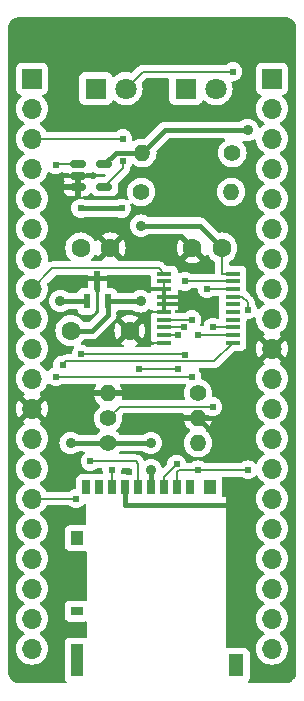
<source format=gtl>
%TF.GenerationSoftware,KiCad,Pcbnew,7.0.5*%
%TF.CreationDate,2023-10-28T22:09:14+09:00*%
%TF.ProjectId,EMUZ80PIC_SD_MK3.2,454d555a-3830-4504-9943-5f53445f4d4b,3.2*%
%TF.SameCoordinates,PX7aa1f66PY7f075e2*%
%TF.FileFunction,Copper,L1,Top*%
%TF.FilePolarity,Positive*%
%FSLAX46Y46*%
G04 Gerber Fmt 4.6, Leading zero omitted, Abs format (unit mm)*
G04 Created by KiCad (PCBNEW 7.0.5) date 2023-10-28 22:09:14*
%MOMM*%
%LPD*%
G01*
G04 APERTURE LIST*
G04 Aperture macros list*
%AMRoundRect*
0 Rectangle with rounded corners*
0 $1 Rounding radius*
0 $2 $3 $4 $5 $6 $7 $8 $9 X,Y pos of 4 corners*
0 Add a 4 corners polygon primitive as box body*
4,1,4,$2,$3,$4,$5,$6,$7,$8,$9,$2,$3,0*
0 Add four circle primitives for the rounded corners*
1,1,$1+$1,$2,$3*
1,1,$1+$1,$4,$5*
1,1,$1+$1,$6,$7*
1,1,$1+$1,$8,$9*
0 Add four rect primitives between the rounded corners*
20,1,$1+$1,$2,$3,$4,$5,0*
20,1,$1+$1,$4,$5,$6,$7,0*
20,1,$1+$1,$6,$7,$8,$9,0*
20,1,$1+$1,$8,$9,$2,$3,0*%
G04 Aperture macros list end*
%TA.AperFunction,ComponentPad*%
%ADD10C,1.600000*%
%TD*%
%TA.AperFunction,ComponentPad*%
%ADD11C,1.400000*%
%TD*%
%TA.AperFunction,ComponentPad*%
%ADD12O,1.400000X1.400000*%
%TD*%
%TA.AperFunction,SMDPad,CuDef*%
%ADD13R,0.700000X1.200000*%
%TD*%
%TA.AperFunction,SMDPad,CuDef*%
%ADD14R,1.000000X1.200000*%
%TD*%
%TA.AperFunction,SMDPad,CuDef*%
%ADD15R,1.000000X0.800000*%
%TD*%
%TA.AperFunction,SMDPad,CuDef*%
%ADD16R,1.000000X2.800000*%
%TD*%
%TA.AperFunction,SMDPad,CuDef*%
%ADD17R,1.300000X1.900000*%
%TD*%
%TA.AperFunction,ConnectorPad*%
%ADD18R,1.000000X1.200000*%
%TD*%
%TA.AperFunction,ComponentPad*%
%ADD19R,1.800000X1.800000*%
%TD*%
%TA.AperFunction,ComponentPad*%
%ADD20C,1.800000*%
%TD*%
%TA.AperFunction,SMDPad,CuDef*%
%ADD21R,1.308100X0.355600*%
%TD*%
%TA.AperFunction,SMDPad,CuDef*%
%ADD22RoundRect,0.150000X-0.512500X-0.150000X0.512500X-0.150000X0.512500X0.150000X-0.512500X0.150000X0*%
%TD*%
%TA.AperFunction,SMDPad,CuDef*%
%ADD23R,0.558800X1.270000*%
%TD*%
%TA.AperFunction,ComponentPad*%
%ADD24R,1.700000X1.700000*%
%TD*%
%TA.AperFunction,ComponentPad*%
%ADD25O,1.700000X1.700000*%
%TD*%
%TA.AperFunction,ViaPad*%
%ADD26C,0.605000*%
%TD*%
%TA.AperFunction,ViaPad*%
%ADD27C,0.900000*%
%TD*%
%TA.AperFunction,Conductor*%
%ADD28C,0.400000*%
%TD*%
%TA.AperFunction,Conductor*%
%ADD29C,0.200000*%
%TD*%
%TA.AperFunction,Conductor*%
%ADD30C,0.152400*%
%TD*%
G04 APERTURE END LIST*
D10*
X6449400Y37174400D03*
X8949400Y37174400D03*
D11*
X19280000Y45210000D03*
D12*
X11660000Y45210000D03*
D13*
X15692000Y16917600D03*
X14592000Y16917600D03*
X13492000Y16917600D03*
X12392000Y16917600D03*
X11292000Y16917600D03*
X10192000Y16917600D03*
X9092000Y16917600D03*
X7992000Y16917600D03*
X6892000Y16917600D03*
D14*
X6092000Y12617600D03*
D15*
X6092000Y6417600D03*
D16*
X6092000Y2267600D03*
D17*
X19592000Y1817600D03*
D18*
X17392000Y16917600D03*
D19*
X15350200Y50661800D03*
D20*
X17890200Y50661800D03*
D11*
X8770000Y22760000D03*
D12*
X16390000Y22760000D03*
D11*
X16390000Y24860000D03*
D12*
X8770000Y24860000D03*
D10*
X18402200Y37174400D03*
X15902200Y37174400D03*
D21*
X13521400Y34997998D03*
X13521400Y34347997D03*
X13521400Y33697999D03*
X13521400Y33047997D03*
X13521400Y32397999D03*
X13521400Y31748000D03*
X13521400Y31097999D03*
X13521400Y30448000D03*
X13521400Y29797999D03*
X13521400Y29148000D03*
X19325300Y29147998D03*
X19325300Y29797996D03*
X19325300Y30447997D03*
X19325300Y31097996D03*
X19325300Y31747997D03*
X19325300Y32397996D03*
X19325300Y33047997D03*
X19325300Y33697996D03*
X19325300Y34347997D03*
X19325300Y34997996D03*
D22*
X6180000Y44250000D03*
X6180000Y43300000D03*
X6180000Y42350000D03*
X8455000Y42350000D03*
X8455000Y44250000D03*
D23*
X6942201Y32653200D03*
X8772199Y32653200D03*
X7857200Y34583600D03*
D11*
X11560000Y41910000D03*
D12*
X19180000Y41910000D03*
D19*
X7730200Y50661800D03*
D20*
X10270200Y50661800D03*
D11*
X8760000Y20650000D03*
D12*
X16380000Y20650000D03*
D10*
X5600000Y30164000D03*
X10600000Y30164000D03*
D24*
X2320000Y51500000D03*
D25*
X2320000Y48960000D03*
X2320000Y46420000D03*
X2320000Y43880000D03*
X2320000Y41340000D03*
X2320000Y38800000D03*
X2320000Y36260000D03*
X2320000Y33720000D03*
X2320000Y31180000D03*
X2320000Y28640000D03*
X2320000Y26100000D03*
X2320000Y23560000D03*
X2320000Y21020000D03*
X2320000Y18480000D03*
X2320000Y15940000D03*
X2320000Y13400000D03*
X2320000Y10860000D03*
X2320000Y8320000D03*
X2320000Y5780000D03*
X2320000Y3240000D03*
D24*
X22640000Y51500000D03*
D25*
X22640000Y48960000D03*
X22640000Y46420000D03*
X22640000Y43880000D03*
X22640000Y41340000D03*
X22640000Y38800000D03*
X22640000Y36260000D03*
X22640000Y33720000D03*
X22640000Y31180000D03*
X22640000Y28640000D03*
X22640000Y26100000D03*
X22640000Y23560000D03*
X22640000Y21020000D03*
X22640000Y18480000D03*
X22640000Y15940000D03*
X22640000Y13400000D03*
X22640000Y10860000D03*
X22640000Y8320000D03*
X22640000Y5780000D03*
X22640000Y3240000D03*
D26*
X9160000Y53510000D03*
X16720000Y53440000D03*
X10150000Y34450000D03*
X5570000Y34140000D03*
X8720000Y29720000D03*
X16220000Y32600000D03*
X4600000Y4920000D03*
X20200000Y5230000D03*
X20200000Y9860000D03*
X5580000Y9830000D03*
X10540000Y18210000D03*
X5560000Y18460000D03*
X9490000Y39110000D03*
X5330000Y39330000D03*
X13150000Y37190000D03*
X19200000Y39510000D03*
X13120000Y40300000D03*
X12890000Y43580000D03*
X20470000Y49190000D03*
X12500000Y49150000D03*
X5050000Y49080000D03*
X4840000Y51350000D03*
X19060000Y26280000D03*
X18650000Y19980000D03*
X13010000Y22600000D03*
X12980000Y24900000D03*
D27*
X18910000Y21610000D03*
X4730000Y32680000D03*
X19810000Y15440000D03*
D26*
X6450000Y40530000D03*
D27*
X20580000Y47150000D03*
D26*
X9900000Y40530000D03*
X15250000Y34347997D03*
X10000000Y46420000D03*
X4310000Y44230000D03*
X15210000Y30470000D03*
X15240000Y28130000D03*
X6510000Y28170000D03*
X6050000Y15940000D03*
X15860000Y31090000D03*
X15859400Y26260000D03*
X4340000Y26260000D03*
X4910000Y27250000D03*
X20590000Y31940000D03*
X20590000Y18380000D03*
X16380000Y18380000D03*
X16390000Y29800000D03*
X14555057Y18860560D03*
D27*
X12390000Y18330000D03*
X12390000Y20650000D03*
X11560000Y39060000D03*
X5590000Y20650000D03*
X11520000Y32650000D03*
D26*
X17630000Y23730000D03*
X7260000Y19110000D03*
X17630000Y30450000D03*
X17140000Y33710000D03*
X10030000Y44555600D03*
X14690000Y26880000D03*
X14690000Y29790000D03*
X9080000Y18390000D03*
X11400000Y26880000D03*
X19320000Y52100000D03*
D28*
X17540000Y21610000D02*
X16390000Y22760000D01*
X18910000Y21610000D02*
X17540000Y21610000D01*
X4730000Y32680000D02*
X6915401Y32680000D01*
D29*
X13521400Y31748000D02*
X12184000Y31748000D01*
D28*
X10190000Y15440000D02*
X19810000Y15440000D01*
X10192000Y16917600D02*
X10192000Y15442000D01*
D30*
X10192000Y15442000D02*
X10190000Y15440000D01*
X13521400Y29148000D02*
X11616000Y29148000D01*
X11616000Y29148000D02*
X10600000Y30164000D01*
D29*
X13521400Y31748000D02*
X13521400Y34347997D01*
X12184000Y31748000D02*
X10600000Y30164000D01*
D28*
X6450000Y40530000D02*
X9900000Y40530000D01*
X13600000Y47150000D02*
X11660000Y45210000D01*
X20580000Y47150000D02*
X13600000Y47150000D01*
X11660000Y45210000D02*
X9415000Y45210000D01*
X9415000Y45210000D02*
X8455000Y44250000D01*
D30*
X15250000Y34347997D02*
X19325300Y34347997D01*
X2320000Y46420000D02*
X10000000Y46420000D01*
X13072198Y35447200D02*
X13521400Y34997998D01*
X2320000Y33720000D02*
X4047200Y35447200D01*
X4047200Y35447200D02*
X13072198Y35447200D01*
X6180000Y44250000D02*
X4330000Y44250000D01*
X4330000Y44250000D02*
X4310000Y44230000D01*
X6510000Y28170000D02*
X15200000Y28170000D01*
X15188000Y30448000D02*
X13521400Y30448000D01*
X2320000Y15940000D02*
X6050000Y15940000D01*
X15852001Y31097999D02*
X13521400Y31097999D01*
X4340000Y26260000D02*
X15859400Y26260000D01*
X5240000Y27580000D02*
X17757302Y27580000D01*
X17757302Y27580000D02*
X19325300Y29147998D01*
X4910000Y27250000D02*
X5240000Y27580000D01*
X16380000Y18380000D02*
X20590000Y18380000D01*
X14780000Y18380000D02*
X16380000Y18380000D01*
X20131750Y33047997D02*
X19325300Y33047997D01*
X20590000Y31940000D02*
X20590000Y32589747D01*
X14592000Y16917600D02*
X14592000Y18192000D01*
X20590000Y32589747D02*
X20131750Y33047997D01*
X14592000Y18192000D02*
X14780000Y18380000D01*
X13492000Y16917600D02*
X13492000Y17782000D01*
X13492000Y17782000D02*
X14560000Y18850000D01*
X16390000Y29800000D02*
X16392004Y29797996D01*
X16392004Y29797996D02*
X19325300Y29797996D01*
D28*
X16516600Y39060000D02*
X11560000Y39060000D01*
X8772199Y32653200D02*
X11516800Y32653200D01*
X18402200Y37174400D02*
X16516600Y39060000D01*
X12390000Y20650000D02*
X8760000Y20650000D01*
X8772199Y32653200D02*
X8772199Y31502199D01*
D30*
X12392000Y18328000D02*
X12390000Y18330000D01*
D28*
X7434000Y30164000D02*
X5600400Y30164000D01*
X5590000Y20650000D02*
X8760000Y20650000D01*
X8772199Y31502199D02*
X7434000Y30164000D01*
D30*
X11516800Y32653200D02*
X11520000Y32650000D01*
D28*
X12392000Y16917600D02*
X12392000Y18328000D01*
D29*
X18402200Y37174400D02*
X18402200Y34997996D01*
X18402200Y34997996D02*
X19325300Y34997996D01*
D30*
X8770000Y22760000D02*
X9740000Y23730000D01*
X11100000Y19110000D02*
X7260000Y19110000D01*
X9740000Y23730000D02*
X17630000Y23730000D01*
X11292000Y18902000D02*
X11300000Y18910000D01*
X11292000Y16917600D02*
X11292000Y18902000D01*
X11300000Y18910000D02*
X11100000Y19110000D01*
X17632003Y30447997D02*
X19325300Y30447997D01*
X17152004Y33697996D02*
X19325300Y33697996D01*
X8455000Y42350000D02*
X10030000Y43925000D01*
X10030000Y43925000D02*
X10030000Y44555600D01*
X11400000Y26880000D02*
X14690000Y26880000D01*
X9092000Y18378000D02*
X9080000Y18390000D01*
X9092000Y16917600D02*
X9092000Y18378000D01*
X14690000Y29790000D02*
X13529399Y29790000D01*
X13529399Y29790000D02*
X13521400Y29797999D01*
X10270200Y50661800D02*
X11708400Y52100000D01*
X11708400Y52100000D02*
X19320000Y52100000D01*
%TA.AperFunction,Conductor*%
G36*
X23743391Y56699385D02*
G01*
X23752410Y56699385D01*
X23752413Y56699384D01*
X23796962Y56699385D01*
X23803041Y56699086D01*
X23909079Y56688645D01*
X23963316Y56683304D01*
X23987156Y56678562D01*
X24132496Y56634477D01*
X24154955Y56625175D01*
X24288911Y56553575D01*
X24309122Y56540070D01*
X24426528Y56443719D01*
X24443718Y56426529D01*
X24540069Y56309123D01*
X24553574Y56288912D01*
X24625174Y56154956D01*
X24634476Y56132496D01*
X24678561Y55987157D01*
X24683303Y55963316D01*
X24699085Y55803043D01*
X24699384Y55796963D01*
X24699384Y55742426D01*
X24699385Y55742413D01*
X24699499Y1302718D01*
X24699263Y1297310D01*
X24685257Y1137257D01*
X24681503Y1115971D01*
X24642025Y968649D01*
X24634632Y948337D01*
X24570170Y810107D01*
X24559362Y791390D01*
X24471878Y666455D01*
X24457983Y649896D01*
X24350125Y542045D01*
X24333569Y528153D01*
X24208637Y440678D01*
X24189917Y429871D01*
X24051673Y365411D01*
X24031362Y358019D01*
X23884042Y318548D01*
X23862754Y314795D01*
X23702017Y300737D01*
X23696613Y300501D01*
X23642424Y300501D01*
X23642412Y300500D01*
X20689354Y300500D01*
X20622315Y320185D01*
X20576560Y372989D01*
X20566616Y442147D01*
X20594346Y502870D01*
X20594232Y502955D01*
X20594627Y503483D01*
X20595641Y505703D01*
X20598947Y509254D01*
X20685793Y625265D01*
X20685792Y625265D01*
X20685796Y625269D01*
X20736091Y760117D01*
X20742500Y819727D01*
X20742499Y2815472D01*
X20736091Y2875083D01*
X20687787Y3004592D01*
X20685797Y3009929D01*
X20685793Y3009936D01*
X20599547Y3125145D01*
X20599544Y3125148D01*
X20484335Y3211394D01*
X20484328Y3211398D01*
X20349482Y3261692D01*
X20349483Y3261692D01*
X20289883Y3268099D01*
X20289881Y3268100D01*
X20289873Y3268100D01*
X20289865Y3268100D01*
X18895644Y3268100D01*
X18828605Y3287785D01*
X18782850Y3340589D01*
X18771644Y3392182D01*
X18771985Y3909929D01*
X18780000Y16100000D01*
X18512298Y16100000D01*
X18445259Y16119685D01*
X18399504Y16172489D01*
X18389008Y16237253D01*
X18392500Y16269727D01*
X18392499Y17565472D01*
X18386091Y17625083D01*
X18386090Y17625086D01*
X18382032Y17635968D01*
X18377048Y17705660D01*
X18410534Y17766983D01*
X18471858Y17800467D01*
X18498214Y17803300D01*
X19979725Y17803300D01*
X20046764Y17783615D01*
X20067404Y17766983D01*
X20086170Y17748217D01*
X20239387Y17651944D01*
X20410185Y17592179D01*
X20410191Y17592179D01*
X20410193Y17592178D01*
X20589996Y17571919D01*
X20590000Y17571919D01*
X20590004Y17571919D01*
X20769806Y17592178D01*
X20769805Y17592178D01*
X20769815Y17592179D01*
X20940613Y17651944D01*
X21093830Y17748217D01*
X21221783Y17876170D01*
X21221786Y17876176D01*
X21226126Y17881616D01*
X21227411Y17880591D01*
X21273326Y17921205D01*
X21342380Y17931855D01*
X21406229Y17903481D01*
X21438370Y17861348D01*
X21465965Y17802170D01*
X21465967Y17802166D01*
X21601501Y17608605D01*
X21601506Y17608598D01*
X21768597Y17441507D01*
X21768603Y17441502D01*
X21954158Y17311575D01*
X21997783Y17256998D01*
X22004977Y17187500D01*
X21973454Y17125145D01*
X21954158Y17108425D01*
X21768597Y16978495D01*
X21601505Y16811403D01*
X21465965Y16617831D01*
X21465964Y16617829D01*
X21366098Y16403665D01*
X21366094Y16403656D01*
X21304938Y16175414D01*
X21304936Y16175404D01*
X21284341Y15940001D01*
X21284341Y15940000D01*
X21304936Y15704597D01*
X21304938Y15704587D01*
X21366094Y15476345D01*
X21366096Y15476341D01*
X21366097Y15476337D01*
X21444493Y15308217D01*
X21465965Y15262170D01*
X21465967Y15262166D01*
X21601501Y15068605D01*
X21601506Y15068598D01*
X21768597Y14901507D01*
X21768603Y14901502D01*
X21954158Y14771575D01*
X21997783Y14716998D01*
X22004977Y14647500D01*
X21973454Y14585145D01*
X21954158Y14568425D01*
X21768597Y14438495D01*
X21601505Y14271403D01*
X21465965Y14077831D01*
X21465964Y14077829D01*
X21366098Y13863665D01*
X21366094Y13863656D01*
X21304938Y13635414D01*
X21304936Y13635404D01*
X21284341Y13400001D01*
X21284341Y13400000D01*
X21304936Y13164597D01*
X21304938Y13164587D01*
X21366094Y12936345D01*
X21366096Y12936341D01*
X21366097Y12936337D01*
X21465965Y12722171D01*
X21465965Y12722170D01*
X21465967Y12722166D01*
X21601501Y12528605D01*
X21601506Y12528598D01*
X21768597Y12361507D01*
X21768603Y12361502D01*
X21954158Y12231575D01*
X21997783Y12176998D01*
X22004977Y12107500D01*
X21973454Y12045145D01*
X21954158Y12028425D01*
X21768597Y11898495D01*
X21601505Y11731403D01*
X21465965Y11537831D01*
X21465964Y11537829D01*
X21366098Y11323665D01*
X21366094Y11323656D01*
X21304938Y11095414D01*
X21304936Y11095404D01*
X21284341Y10860001D01*
X21284341Y10860000D01*
X21304936Y10624597D01*
X21304938Y10624587D01*
X21366094Y10396345D01*
X21366096Y10396341D01*
X21366097Y10396337D01*
X21465964Y10182171D01*
X21465965Y10182170D01*
X21465967Y10182166D01*
X21601501Y9988605D01*
X21601506Y9988598D01*
X21768597Y9821507D01*
X21768603Y9821502D01*
X21954158Y9691575D01*
X21997783Y9636998D01*
X22004977Y9567500D01*
X21973454Y9505145D01*
X21954158Y9488425D01*
X21768597Y9358495D01*
X21601505Y9191403D01*
X21465965Y8997831D01*
X21465964Y8997829D01*
X21366098Y8783665D01*
X21366094Y8783656D01*
X21304938Y8555414D01*
X21304936Y8555404D01*
X21284341Y8320001D01*
X21284341Y8320000D01*
X21304936Y8084597D01*
X21304938Y8084587D01*
X21366094Y7856345D01*
X21366096Y7856341D01*
X21366097Y7856337D01*
X21465965Y7642170D01*
X21465967Y7642166D01*
X21601501Y7448605D01*
X21601506Y7448598D01*
X21768597Y7281507D01*
X21768603Y7281502D01*
X21954158Y7151575D01*
X21997783Y7096998D01*
X22004977Y7027500D01*
X21973454Y6965145D01*
X21954158Y6948425D01*
X21768597Y6818495D01*
X21601505Y6651403D01*
X21465965Y6457831D01*
X21465964Y6457829D01*
X21366098Y6243665D01*
X21366094Y6243656D01*
X21304938Y6015414D01*
X21304936Y6015404D01*
X21284341Y5780001D01*
X21284341Y5780000D01*
X21304936Y5544597D01*
X21304938Y5544587D01*
X21366094Y5316345D01*
X21366096Y5316341D01*
X21366097Y5316337D01*
X21465964Y5102171D01*
X21465965Y5102170D01*
X21465967Y5102166D01*
X21601501Y4908605D01*
X21601506Y4908598D01*
X21768597Y4741507D01*
X21768603Y4741502D01*
X21954158Y4611575D01*
X21997783Y4556998D01*
X22004977Y4487500D01*
X21973454Y4425145D01*
X21954158Y4408425D01*
X21768597Y4278495D01*
X21601505Y4111403D01*
X21465965Y3917831D01*
X21465964Y3917829D01*
X21366098Y3703665D01*
X21366094Y3703656D01*
X21304938Y3475414D01*
X21304936Y3475404D01*
X21284341Y3240001D01*
X21284341Y3240000D01*
X21304936Y3004597D01*
X21304938Y3004587D01*
X21366094Y2776345D01*
X21366096Y2776341D01*
X21366097Y2776337D01*
X21465965Y2562170D01*
X21465967Y2562166D01*
X21574281Y2407479D01*
X21601505Y2368599D01*
X21768599Y2201505D01*
X21865384Y2133735D01*
X21962165Y2065968D01*
X21962167Y2065967D01*
X21962170Y2065965D01*
X22176337Y1966097D01*
X22404592Y1904937D01*
X22592918Y1888461D01*
X22639999Y1884341D01*
X22640000Y1884341D01*
X22640001Y1884341D01*
X22679234Y1887774D01*
X22875408Y1904937D01*
X23103663Y1966097D01*
X23317830Y2065965D01*
X23511401Y2201505D01*
X23678495Y2368599D01*
X23814035Y2562170D01*
X23913903Y2776337D01*
X23975063Y3004592D01*
X23995659Y3240000D01*
X23975063Y3475408D01*
X23913903Y3703663D01*
X23814035Y3917829D01*
X23768970Y3982190D01*
X23678494Y4111403D01*
X23511402Y4278494D01*
X23511396Y4278499D01*
X23325842Y4408425D01*
X23282217Y4463002D01*
X23275023Y4532500D01*
X23306546Y4594855D01*
X23325842Y4611575D01*
X23348026Y4627109D01*
X23511401Y4741505D01*
X23678495Y4908599D01*
X23814035Y5102170D01*
X23913903Y5316337D01*
X23975063Y5544592D01*
X23995659Y5780000D01*
X23975063Y6015408D01*
X23913903Y6243663D01*
X23814035Y6457829D01*
X23678495Y6651401D01*
X23678494Y6651403D01*
X23511402Y6818494D01*
X23511396Y6818499D01*
X23325842Y6948425D01*
X23282217Y7003002D01*
X23275023Y7072500D01*
X23306546Y7134855D01*
X23325842Y7151575D01*
X23359508Y7175148D01*
X23511401Y7281505D01*
X23678495Y7448599D01*
X23814035Y7642170D01*
X23913903Y7856337D01*
X23975063Y8084592D01*
X23995659Y8320000D01*
X23975063Y8555408D01*
X23913903Y8783663D01*
X23814035Y8997829D01*
X23678495Y9191401D01*
X23678494Y9191403D01*
X23511402Y9358494D01*
X23511396Y9358499D01*
X23325842Y9488425D01*
X23282217Y9543002D01*
X23275023Y9612500D01*
X23306546Y9674855D01*
X23325842Y9691575D01*
X23348026Y9707109D01*
X23511401Y9821505D01*
X23678495Y9988599D01*
X23814035Y10182170D01*
X23913903Y10396337D01*
X23975063Y10624592D01*
X23995659Y10860000D01*
X23975063Y11095408D01*
X23913903Y11323663D01*
X23814035Y11537829D01*
X23788846Y11573804D01*
X23678494Y11731403D01*
X23511402Y11898494D01*
X23511396Y11898499D01*
X23325842Y12028425D01*
X23282217Y12083002D01*
X23275023Y12152500D01*
X23306546Y12214855D01*
X23325842Y12231575D01*
X23348026Y12247109D01*
X23511401Y12361505D01*
X23678495Y12528599D01*
X23814035Y12722170D01*
X23913903Y12936337D01*
X23975063Y13164592D01*
X23995659Y13400000D01*
X23975063Y13635408D01*
X23913903Y13863663D01*
X23814035Y14077829D01*
X23678495Y14271401D01*
X23678494Y14271403D01*
X23511402Y14438494D01*
X23511396Y14438499D01*
X23325842Y14568425D01*
X23282217Y14623002D01*
X23275023Y14692500D01*
X23306546Y14754855D01*
X23325842Y14771575D01*
X23348026Y14787109D01*
X23511401Y14901505D01*
X23678495Y15068599D01*
X23814035Y15262170D01*
X23913903Y15476337D01*
X23975063Y15704592D01*
X23995659Y15940000D01*
X23975063Y16175408D01*
X23913903Y16403663D01*
X23814035Y16617829D01*
X23778866Y16668057D01*
X23678494Y16811403D01*
X23511402Y16978494D01*
X23511396Y16978499D01*
X23325842Y17108425D01*
X23282217Y17163002D01*
X23275023Y17232500D01*
X23306546Y17294855D01*
X23325842Y17311575D01*
X23348026Y17327109D01*
X23511401Y17441505D01*
X23678495Y17608599D01*
X23814035Y17802170D01*
X23913903Y18016337D01*
X23975063Y18244592D01*
X23995659Y18480000D01*
X23975063Y18715408D01*
X23913903Y18943663D01*
X23814035Y19157829D01*
X23812017Y19160712D01*
X23678494Y19351403D01*
X23511402Y19518494D01*
X23511396Y19518499D01*
X23325842Y19648425D01*
X23282217Y19703002D01*
X23275023Y19772500D01*
X23306546Y19834855D01*
X23325842Y19851575D01*
X23437580Y19929815D01*
X23511401Y19981505D01*
X23678495Y20148599D01*
X23814035Y20342170D01*
X23913903Y20556337D01*
X23975063Y20784592D01*
X23995659Y21020000D01*
X23975063Y21255408D01*
X23919644Y21462238D01*
X23913905Y21483656D01*
X23913904Y21483657D01*
X23913903Y21483663D01*
X23814035Y21697829D01*
X23785526Y21738545D01*
X23678494Y21891403D01*
X23511402Y22058494D01*
X23511396Y22058499D01*
X23325842Y22188425D01*
X23282217Y22243002D01*
X23275023Y22312500D01*
X23306546Y22374855D01*
X23325842Y22391575D01*
X23348026Y22407109D01*
X23511401Y22521505D01*
X23678495Y22688599D01*
X23814035Y22882170D01*
X23913903Y23096337D01*
X23975063Y23324592D01*
X23995659Y23560000D01*
X23994588Y23572236D01*
X23981774Y23718702D01*
X23975063Y23795408D01*
X23913903Y24023663D01*
X23814035Y24237829D01*
X23765812Y24306700D01*
X23678494Y24431403D01*
X23511402Y24598494D01*
X23511396Y24598499D01*
X23325842Y24728425D01*
X23282217Y24783002D01*
X23275023Y24852500D01*
X23306546Y24914855D01*
X23325842Y24931575D01*
X23427187Y25002538D01*
X23511401Y25061505D01*
X23678495Y25228599D01*
X23814035Y25422170D01*
X23913903Y25636337D01*
X23975063Y25864592D01*
X23995659Y26100000D01*
X23975063Y26335408D01*
X23913903Y26563663D01*
X23814035Y26777829D01*
X23804380Y26791619D01*
X23678494Y26971403D01*
X23511402Y27138494D01*
X23511401Y27138495D01*
X23325405Y27268731D01*
X23281781Y27323308D01*
X23274588Y27392807D01*
X23306110Y27455161D01*
X23325405Y27471881D01*
X23401373Y27525075D01*
X22772533Y28153914D01*
X22782315Y28155320D01*
X22913100Y28215048D01*
X23021761Y28309202D01*
X23099493Y28430156D01*
X23123076Y28510476D01*
X23754925Y27878627D01*
X23754926Y27878627D01*
X23813598Y27962418D01*
X23813600Y27962422D01*
X23913429Y28176508D01*
X23913433Y28176517D01*
X23974567Y28404674D01*
X23974569Y28404685D01*
X23995157Y28639999D01*
X23995157Y28640002D01*
X23974569Y28875316D01*
X23974567Y28875327D01*
X23913433Y29103484D01*
X23913429Y29103493D01*
X23813600Y29317577D01*
X23813599Y29317579D01*
X23754925Y29401374D01*
X23754925Y29401375D01*
X23123076Y28769525D01*
X23099493Y28849844D01*
X23021761Y28970798D01*
X22913100Y29064952D01*
X22782315Y29124680D01*
X22772531Y29126087D01*
X23401373Y29754927D01*
X23401373Y29754928D01*
X23325405Y29808120D01*
X23281780Y29862696D01*
X23274586Y29932195D01*
X23306108Y29994549D01*
X23325399Y30011266D01*
X23511401Y30141505D01*
X23678495Y30308599D01*
X23814035Y30502170D01*
X23913903Y30716337D01*
X23975063Y30944592D01*
X23995659Y31180000D01*
X23975063Y31415408D01*
X23913903Y31643663D01*
X23814035Y31857829D01*
X23800036Y31877823D01*
X23678494Y32051403D01*
X23511402Y32218494D01*
X23511396Y32218499D01*
X23325842Y32348425D01*
X23282217Y32403002D01*
X23275023Y32472500D01*
X23306546Y32534855D01*
X23325842Y32551575D01*
X23380360Y32589749D01*
X23511401Y32681505D01*
X23678495Y32848599D01*
X23814035Y33042170D01*
X23913903Y33256337D01*
X23975063Y33484592D01*
X23995659Y33720000D01*
X23994609Y33731996D01*
X23987926Y33808385D01*
X23975063Y33955408D01*
X23913903Y34183663D01*
X23814035Y34397829D01*
X23678495Y34591401D01*
X23678494Y34591403D01*
X23511402Y34758494D01*
X23511396Y34758499D01*
X23325842Y34888425D01*
X23282217Y34943002D01*
X23275023Y35012500D01*
X23306546Y35074855D01*
X23325842Y35091575D01*
X23389030Y35135820D01*
X23511401Y35221505D01*
X23678495Y35388599D01*
X23814035Y35582170D01*
X23913903Y35796337D01*
X23975063Y36024592D01*
X23995659Y36260000D01*
X23975063Y36495408D01*
X23913903Y36723663D01*
X23814035Y36937829D01*
X23807122Y36947703D01*
X23678494Y37131403D01*
X23511402Y37298494D01*
X23511396Y37298499D01*
X23325842Y37428425D01*
X23282217Y37483002D01*
X23275023Y37552500D01*
X23306546Y37614855D01*
X23325842Y37631575D01*
X23507799Y37758983D01*
X23511401Y37761505D01*
X23678495Y37928599D01*
X23814035Y38122170D01*
X23913903Y38336337D01*
X23975063Y38564592D01*
X23995659Y38800000D01*
X23975063Y39035408D01*
X23913903Y39263663D01*
X23814035Y39477829D01*
X23770247Y39540366D01*
X23678494Y39671403D01*
X23511402Y39838494D01*
X23511396Y39838499D01*
X23325842Y39968425D01*
X23282217Y40023002D01*
X23275023Y40092500D01*
X23306546Y40154855D01*
X23325842Y40171575D01*
X23348026Y40187109D01*
X23511401Y40301505D01*
X23678495Y40468599D01*
X23814035Y40662170D01*
X23913903Y40876337D01*
X23975063Y41104592D01*
X23995659Y41340000D01*
X23975063Y41575408D01*
X23915384Y41798135D01*
X23913905Y41803656D01*
X23913904Y41803657D01*
X23913903Y41803663D01*
X23814035Y42017829D01*
X23758301Y42097427D01*
X23678494Y42211403D01*
X23511402Y42378494D01*
X23511396Y42378499D01*
X23325842Y42508425D01*
X23282217Y42563002D01*
X23275023Y42632500D01*
X23306546Y42694855D01*
X23325842Y42711575D01*
X23397696Y42761888D01*
X23511401Y42841505D01*
X23678495Y43008599D01*
X23814035Y43202170D01*
X23913903Y43416337D01*
X23975063Y43644592D01*
X23995659Y43880000D01*
X23975063Y44115408D01*
X23913903Y44343663D01*
X23814035Y44557829D01*
X23801796Y44575309D01*
X23678494Y44751403D01*
X23511402Y44918494D01*
X23511396Y44918499D01*
X23325842Y45048425D01*
X23282217Y45103002D01*
X23275023Y45172500D01*
X23306546Y45234855D01*
X23325842Y45251575D01*
X23464683Y45348793D01*
X23511401Y45381505D01*
X23678495Y45548599D01*
X23814035Y45742170D01*
X23913903Y45956337D01*
X23975063Y46184592D01*
X23995659Y46420000D01*
X23975063Y46655408D01*
X23913903Y46883663D01*
X23814035Y47097829D01*
X23778866Y47148057D01*
X23678494Y47291403D01*
X23511402Y47458494D01*
X23511396Y47458499D01*
X23325842Y47588425D01*
X23282217Y47643002D01*
X23275023Y47712500D01*
X23306546Y47774855D01*
X23325842Y47791575D01*
X23371711Y47823693D01*
X23511401Y47921505D01*
X23678495Y48088599D01*
X23814035Y48282170D01*
X23913903Y48496337D01*
X23975063Y48724592D01*
X23995659Y48960000D01*
X23975063Y49195408D01*
X23926979Y49374862D01*
X23913905Y49423656D01*
X23913904Y49423657D01*
X23913903Y49423663D01*
X23814035Y49637829D01*
X23701425Y49798653D01*
X23678496Y49831400D01*
X23664532Y49845364D01*
X23556567Y49953329D01*
X23523084Y50014649D01*
X23528068Y50084341D01*
X23569939Y50140275D01*
X23600915Y50157190D01*
X23732331Y50206204D01*
X23847546Y50292454D01*
X23933796Y50407669D01*
X23984091Y50542517D01*
X23990500Y50602127D01*
X23990499Y52397872D01*
X23984091Y52457483D01*
X23975296Y52481063D01*
X23933797Y52592329D01*
X23933793Y52592336D01*
X23847547Y52707545D01*
X23847544Y52707548D01*
X23732335Y52793794D01*
X23732328Y52793798D01*
X23597482Y52844092D01*
X23597483Y52844092D01*
X23537883Y52850499D01*
X23537881Y52850500D01*
X23537873Y52850500D01*
X23537864Y52850500D01*
X21742129Y52850500D01*
X21742123Y52850499D01*
X21682516Y52844092D01*
X21547671Y52793798D01*
X21547664Y52793794D01*
X21432455Y52707548D01*
X21432452Y52707545D01*
X21346206Y52592336D01*
X21346202Y52592329D01*
X21295908Y52457483D01*
X21289501Y52397884D01*
X21289501Y52397877D01*
X21289500Y52397865D01*
X21289500Y50602130D01*
X21289501Y50602124D01*
X21295908Y50542517D01*
X21346202Y50407672D01*
X21346206Y50407665D01*
X21432452Y50292456D01*
X21432455Y50292453D01*
X21547664Y50206207D01*
X21547671Y50206203D01*
X21679081Y50157190D01*
X21735015Y50115319D01*
X21759432Y50049855D01*
X21744580Y49981582D01*
X21723430Y49953327D01*
X21601503Y49831400D01*
X21465965Y49637831D01*
X21465964Y49637829D01*
X21366098Y49423665D01*
X21366094Y49423656D01*
X21304938Y49195414D01*
X21304936Y49195404D01*
X21284341Y48960001D01*
X21284341Y48960000D01*
X21304936Y48724597D01*
X21304938Y48724587D01*
X21366094Y48496345D01*
X21366096Y48496341D01*
X21366097Y48496337D01*
X21465965Y48282170D01*
X21465967Y48282166D01*
X21601501Y48088605D01*
X21601506Y48088598D01*
X21768597Y47921507D01*
X21768603Y47921502D01*
X21954158Y47791575D01*
X21997783Y47736998D01*
X22004977Y47667500D01*
X21973454Y47605145D01*
X21954158Y47588425D01*
X21768597Y47458495D01*
X21693218Y47383115D01*
X21631895Y47349630D01*
X21562203Y47354614D01*
X21506270Y47396486D01*
X21486877Y47434800D01*
X21462395Y47515503D01*
X21374137Y47680624D01*
X21374135Y47680627D01*
X21255357Y47825358D01*
X21110626Y47944136D01*
X21110623Y47944138D01*
X20945502Y48032396D01*
X20766333Y48086747D01*
X20766331Y48086748D01*
X20580000Y48105099D01*
X20393668Y48086748D01*
X20393666Y48086747D01*
X20214497Y48032396D01*
X20049376Y47944138D01*
X20049373Y47944136D01*
X19969577Y47878647D01*
X19905268Y47851334D01*
X19890912Y47850500D01*
X13623037Y47850500D01*
X13619293Y47850613D01*
X13557397Y47854357D01*
X13557390Y47854357D01*
X13496402Y47843181D01*
X13492701Y47842618D01*
X13431125Y47835140D01*
X13421642Y47831544D01*
X13400038Y47825522D01*
X13399147Y47825358D01*
X13390065Y47823694D01*
X13390063Y47823693D01*
X13333527Y47798248D01*
X13330069Y47796816D01*
X13272069Y47774818D01*
X13263724Y47769058D01*
X13244183Y47758036D01*
X13234944Y47753878D01*
X13234939Y47753875D01*
X13186121Y47715630D01*
X13183106Y47713411D01*
X13132072Y47678184D01*
X13132065Y47678178D01*
X13090942Y47631760D01*
X13088375Y47629034D01*
X11900531Y46441190D01*
X11839208Y46407705D01*
X11790070Y46406981D01*
X11782968Y46408309D01*
X11771243Y46410500D01*
X11548757Y46410500D01*
X11330060Y46369618D01*
X11294557Y46355864D01*
X11122602Y46289249D01*
X10985741Y46204509D01*
X10918380Y46185955D01*
X10851681Y46206763D01*
X10806820Y46260329D01*
X10797244Y46323821D01*
X10808081Y46419998D01*
X10808081Y46420004D01*
X10787822Y46599807D01*
X10787821Y46599813D01*
X10787821Y46599815D01*
X10728056Y46770613D01*
X10631783Y46923830D01*
X10503830Y47051783D01*
X10430555Y47097825D01*
X10350612Y47148057D01*
X10179812Y47207822D01*
X10179806Y47207823D01*
X10000004Y47228081D01*
X9999996Y47228081D01*
X9820193Y47207823D01*
X9820187Y47207822D01*
X9649387Y47148057D01*
X9496169Y47051783D01*
X9477406Y47033019D01*
X9416083Y46999534D01*
X9389725Y46996700D01*
X3620189Y46996700D01*
X3553150Y47016385D01*
X3507807Y47068296D01*
X3494037Y47097825D01*
X3494034Y47097831D01*
X3358494Y47291403D01*
X3191402Y47458494D01*
X3191396Y47458499D01*
X3005842Y47588425D01*
X2962217Y47643002D01*
X2955023Y47712500D01*
X2986546Y47774855D01*
X3005842Y47791575D01*
X3051711Y47823693D01*
X3191401Y47921505D01*
X3358495Y48088599D01*
X3494035Y48282170D01*
X3593903Y48496337D01*
X3655063Y48724592D01*
X3675659Y48960000D01*
X3655063Y49195408D01*
X3606979Y49374862D01*
X3593905Y49423656D01*
X3593904Y49423657D01*
X3593903Y49423663D01*
X3494035Y49637829D01*
X3440749Y49713930D01*
X6329700Y49713930D01*
X6329701Y49713924D01*
X6336108Y49654317D01*
X6386402Y49519472D01*
X6386406Y49519465D01*
X6472652Y49404256D01*
X6472655Y49404253D01*
X6587864Y49318007D01*
X6587871Y49318003D01*
X6722717Y49267709D01*
X6722716Y49267709D01*
X6729644Y49266965D01*
X6782327Y49261300D01*
X8678072Y49261301D01*
X8737683Y49267709D01*
X8872531Y49318004D01*
X8987746Y49404254D01*
X9073996Y49519469D01*
X9102654Y49596307D01*
X9144526Y49652241D01*
X9209990Y49676659D01*
X9278263Y49661808D01*
X9310066Y49636957D01*
X9317502Y49628880D01*
X9318415Y49627888D01*
X9318422Y49627882D01*
X9501565Y49485336D01*
X9501571Y49485332D01*
X9501574Y49485330D01*
X9705697Y49374864D01*
X9819687Y49335732D01*
X9925215Y49299503D01*
X9925217Y49299503D01*
X9925219Y49299502D01*
X10154151Y49261300D01*
X10154152Y49261300D01*
X10386248Y49261300D01*
X10386249Y49261300D01*
X10615181Y49299502D01*
X10834703Y49374864D01*
X11038826Y49485330D01*
X11221984Y49627887D01*
X11379179Y49798647D01*
X11506124Y49992951D01*
X11599357Y50205500D01*
X11656334Y50430495D01*
X11656335Y50430503D01*
X11675500Y50661794D01*
X11675500Y50661807D01*
X11656335Y50893098D01*
X11656331Y50893118D01*
X11605079Y51095506D01*
X11607703Y51165327D01*
X11637599Y51213624D01*
X11910959Y51486984D01*
X11972281Y51520466D01*
X11998639Y51523300D01*
X13825700Y51523300D01*
X13892739Y51503615D01*
X13938494Y51450811D01*
X13949700Y51399300D01*
X13949700Y49713930D01*
X13949701Y49713924D01*
X13956108Y49654317D01*
X14006402Y49519472D01*
X14006406Y49519465D01*
X14092652Y49404256D01*
X14092655Y49404253D01*
X14207864Y49318007D01*
X14207871Y49318003D01*
X14342717Y49267709D01*
X14342716Y49267709D01*
X14349644Y49266965D01*
X14402327Y49261300D01*
X16298072Y49261301D01*
X16357683Y49267709D01*
X16492531Y49318004D01*
X16607746Y49404254D01*
X16693996Y49519469D01*
X16722654Y49596307D01*
X16764526Y49652241D01*
X16829990Y49676659D01*
X16898263Y49661808D01*
X16930066Y49636957D01*
X16937502Y49628880D01*
X16938415Y49627888D01*
X16938422Y49627882D01*
X17121565Y49485336D01*
X17121571Y49485332D01*
X17121574Y49485330D01*
X17325697Y49374864D01*
X17439687Y49335732D01*
X17545215Y49299503D01*
X17545217Y49299503D01*
X17545219Y49299502D01*
X17774151Y49261300D01*
X17774152Y49261300D01*
X18006248Y49261300D01*
X18006249Y49261300D01*
X18235181Y49299502D01*
X18454703Y49374864D01*
X18658826Y49485330D01*
X18841984Y49627887D01*
X18999179Y49798647D01*
X19126124Y49992951D01*
X19219357Y50205500D01*
X19276334Y50430495D01*
X19276335Y50430503D01*
X19295500Y50661794D01*
X19295500Y50661807D01*
X19276335Y50893098D01*
X19276333Y50893109D01*
X19274912Y50898718D01*
X19219357Y51118100D01*
X19219071Y51118751D01*
X19219034Y51119041D01*
X19217693Y51122948D01*
X19218497Y51123225D01*
X19210171Y51188050D01*
X19240148Y51251162D01*
X19299488Y51288047D01*
X19318746Y51291778D01*
X19319998Y51291920D01*
X19320000Y51291919D01*
X19453841Y51307000D01*
X19499807Y51312178D01*
X19499808Y51312179D01*
X19499815Y51312179D01*
X19670613Y51371944D01*
X19823830Y51468217D01*
X19951783Y51596170D01*
X20048056Y51749387D01*
X20107821Y51920185D01*
X20117444Y52005594D01*
X20128081Y52099997D01*
X20128081Y52100004D01*
X20107822Y52279807D01*
X20107821Y52279813D01*
X20107821Y52279815D01*
X20048056Y52450613D01*
X19951783Y52603830D01*
X19823830Y52731783D01*
X19823830Y52731784D01*
X19670612Y52828057D01*
X19499812Y52887822D01*
X19499806Y52887823D01*
X19320004Y52908081D01*
X19319996Y52908081D01*
X19140193Y52887823D01*
X19140187Y52887822D01*
X18969387Y52828057D01*
X18816169Y52731783D01*
X18797406Y52713019D01*
X18736083Y52679534D01*
X18709725Y52676700D01*
X11750264Y52676700D01*
X11742165Y52677231D01*
X11721394Y52679966D01*
X11708401Y52681676D01*
X11708399Y52681676D01*
X11670603Y52676700D01*
X11557852Y52661857D01*
X11557850Y52661856D01*
X11417564Y52603748D01*
X11417561Y52603746D01*
X11297093Y52511309D01*
X11276360Y52484289D01*
X11271008Y52478187D01*
X10820096Y52027275D01*
X10758773Y51993790D01*
X10692153Y51997674D01*
X10615180Y52024099D01*
X10424450Y52055926D01*
X10386249Y52062300D01*
X10154151Y52062300D01*
X10115750Y52055892D01*
X9925215Y52024098D01*
X9705704Y51948739D01*
X9705695Y51948736D01*
X9501571Y51838269D01*
X9501565Y51838265D01*
X9318422Y51695719D01*
X9318418Y51695715D01*
X9310066Y51686642D01*
X9250179Y51650652D01*
X9180341Y51652753D01*
X9122725Y51692278D01*
X9102655Y51727293D01*
X9073997Y51804129D01*
X9073993Y51804136D01*
X8987747Y51919345D01*
X8987744Y51919348D01*
X8872535Y52005594D01*
X8872528Y52005598D01*
X8737682Y52055892D01*
X8737683Y52055892D01*
X8678083Y52062299D01*
X8678081Y52062300D01*
X8678073Y52062300D01*
X8678064Y52062300D01*
X6782329Y52062300D01*
X6782323Y52062299D01*
X6722716Y52055892D01*
X6587871Y52005598D01*
X6587864Y52005594D01*
X6472655Y51919348D01*
X6472652Y51919345D01*
X6386406Y51804136D01*
X6386402Y51804129D01*
X6336108Y51669283D01*
X6329701Y51609684D01*
X6329700Y51609665D01*
X6329700Y49713930D01*
X3440749Y49713930D01*
X3381425Y49798653D01*
X3358496Y49831400D01*
X3344532Y49845364D01*
X3236567Y49953329D01*
X3203084Y50014649D01*
X3208068Y50084341D01*
X3249939Y50140275D01*
X3280915Y50157190D01*
X3412331Y50206204D01*
X3527546Y50292454D01*
X3613796Y50407669D01*
X3664091Y50542517D01*
X3670500Y50602127D01*
X3670499Y52397872D01*
X3664091Y52457483D01*
X3655296Y52481063D01*
X3613797Y52592329D01*
X3613793Y52592336D01*
X3527547Y52707545D01*
X3527544Y52707548D01*
X3412335Y52793794D01*
X3412328Y52793798D01*
X3277482Y52844092D01*
X3277483Y52844092D01*
X3217883Y52850499D01*
X3217881Y52850500D01*
X3217873Y52850500D01*
X3217864Y52850500D01*
X1422129Y52850500D01*
X1422123Y52850499D01*
X1362516Y52844092D01*
X1227671Y52793798D01*
X1227664Y52793794D01*
X1112455Y52707548D01*
X1112452Y52707545D01*
X1026206Y52592336D01*
X1026202Y52592329D01*
X975908Y52457483D01*
X969501Y52397884D01*
X969501Y52397877D01*
X969500Y52397865D01*
X969500Y50602130D01*
X969501Y50602124D01*
X975908Y50542517D01*
X1026202Y50407672D01*
X1026206Y50407665D01*
X1112452Y50292456D01*
X1112455Y50292453D01*
X1227664Y50206207D01*
X1227671Y50206203D01*
X1359081Y50157190D01*
X1415015Y50115319D01*
X1439432Y50049855D01*
X1424580Y49981582D01*
X1403430Y49953327D01*
X1281503Y49831400D01*
X1145965Y49637831D01*
X1145964Y49637829D01*
X1046098Y49423665D01*
X1046094Y49423656D01*
X984938Y49195414D01*
X984936Y49195404D01*
X964341Y48960001D01*
X964341Y48960000D01*
X984936Y48724597D01*
X984938Y48724587D01*
X1046094Y48496345D01*
X1046096Y48496341D01*
X1046097Y48496337D01*
X1145965Y48282170D01*
X1145967Y48282166D01*
X1281501Y48088605D01*
X1281506Y48088598D01*
X1448597Y47921507D01*
X1448603Y47921502D01*
X1634158Y47791575D01*
X1677783Y47736998D01*
X1684977Y47667500D01*
X1653454Y47605145D01*
X1634158Y47588425D01*
X1448597Y47458495D01*
X1281505Y47291403D01*
X1145965Y47097831D01*
X1145964Y47097829D01*
X1046098Y46883665D01*
X1046094Y46883656D01*
X984938Y46655414D01*
X984936Y46655404D01*
X964341Y46420001D01*
X964341Y46420000D01*
X984936Y46184597D01*
X984938Y46184587D01*
X1046094Y45956345D01*
X1046096Y45956341D01*
X1046097Y45956337D01*
X1145964Y45742171D01*
X1145965Y45742170D01*
X1145967Y45742166D01*
X1281501Y45548605D01*
X1281506Y45548598D01*
X1448597Y45381507D01*
X1448603Y45381502D01*
X1634158Y45251575D01*
X1677783Y45196998D01*
X1684977Y45127500D01*
X1653454Y45065145D01*
X1634158Y45048425D01*
X1448597Y44918495D01*
X1281505Y44751403D01*
X1145965Y44557831D01*
X1145964Y44557829D01*
X1046098Y44343665D01*
X1046094Y44343656D01*
X984938Y44115414D01*
X984936Y44115404D01*
X964341Y43880001D01*
X964341Y43880000D01*
X984936Y43644597D01*
X984938Y43644587D01*
X1046094Y43416345D01*
X1046096Y43416341D01*
X1046097Y43416337D01*
X1096684Y43307853D01*
X1145965Y43202170D01*
X1145967Y43202166D01*
X1281501Y43008605D01*
X1281506Y43008598D01*
X1448597Y42841507D01*
X1448603Y42841502D01*
X1634158Y42711575D01*
X1677783Y42656998D01*
X1684977Y42587500D01*
X1653454Y42525145D01*
X1634158Y42508425D01*
X1448597Y42378495D01*
X1281505Y42211403D01*
X1145965Y42017831D01*
X1145964Y42017829D01*
X1046098Y41803665D01*
X1046094Y41803656D01*
X984938Y41575414D01*
X984936Y41575404D01*
X964341Y41340001D01*
X964341Y41340000D01*
X984936Y41104597D01*
X984938Y41104587D01*
X1046094Y40876345D01*
X1046096Y40876341D01*
X1046097Y40876337D01*
X1123895Y40709500D01*
X1145965Y40662170D01*
X1145967Y40662166D01*
X1281501Y40468605D01*
X1281506Y40468598D01*
X1448597Y40301507D01*
X1448603Y40301502D01*
X1634158Y40171575D01*
X1677783Y40116998D01*
X1684977Y40047500D01*
X1653454Y39985145D01*
X1634158Y39968425D01*
X1448597Y39838495D01*
X1281505Y39671403D01*
X1145965Y39477831D01*
X1145964Y39477829D01*
X1046098Y39263665D01*
X1046094Y39263656D01*
X984938Y39035414D01*
X984936Y39035404D01*
X964341Y38800001D01*
X964341Y38800000D01*
X984936Y38564597D01*
X984938Y38564587D01*
X1046094Y38336345D01*
X1046096Y38336341D01*
X1046097Y38336337D01*
X1084759Y38253427D01*
X1145965Y38122170D01*
X1145967Y38122166D01*
X1281501Y37928605D01*
X1281506Y37928598D01*
X1448597Y37761507D01*
X1448603Y37761502D01*
X1634158Y37631575D01*
X1677783Y37576998D01*
X1684977Y37507500D01*
X1653454Y37445145D01*
X1634158Y37428425D01*
X1448597Y37298495D01*
X1281505Y37131403D01*
X1145965Y36937831D01*
X1145964Y36937829D01*
X1046098Y36723665D01*
X1046094Y36723656D01*
X984938Y36495414D01*
X984936Y36495404D01*
X964341Y36260001D01*
X964341Y36260000D01*
X984936Y36024597D01*
X984938Y36024587D01*
X1046094Y35796345D01*
X1046096Y35796341D01*
X1046097Y35796337D01*
X1105062Y35669887D01*
X1145965Y35582170D01*
X1145967Y35582166D01*
X1281501Y35388605D01*
X1281506Y35388598D01*
X1448597Y35221507D01*
X1448603Y35221502D01*
X1634158Y35091575D01*
X1677783Y35036998D01*
X1684977Y34967500D01*
X1653454Y34905145D01*
X1634158Y34888425D01*
X1448597Y34758495D01*
X1281505Y34591403D01*
X1145965Y34397831D01*
X1145964Y34397829D01*
X1046098Y34183665D01*
X1046094Y34183656D01*
X984938Y33955414D01*
X984936Y33955404D01*
X964341Y33720001D01*
X964341Y33720000D01*
X984936Y33484597D01*
X984938Y33484587D01*
X1046094Y33256345D01*
X1046096Y33256341D01*
X1046097Y33256337D01*
X1129156Y33078217D01*
X1145965Y33042170D01*
X1145967Y33042166D01*
X1281501Y32848605D01*
X1281506Y32848598D01*
X1448597Y32681507D01*
X1448603Y32681502D01*
X1634158Y32551575D01*
X1677783Y32496998D01*
X1684977Y32427500D01*
X1653454Y32365145D01*
X1634158Y32348425D01*
X1448597Y32218495D01*
X1281505Y32051403D01*
X1145965Y31857831D01*
X1145964Y31857829D01*
X1046098Y31643665D01*
X1046094Y31643656D01*
X984938Y31415414D01*
X984936Y31415404D01*
X964341Y31180001D01*
X964341Y31180000D01*
X984936Y30944597D01*
X984938Y30944587D01*
X1046094Y30716345D01*
X1046096Y30716341D01*
X1046097Y30716337D01*
X1095535Y30610318D01*
X1145965Y30502170D01*
X1145967Y30502166D01*
X1281501Y30308605D01*
X1281506Y30308598D01*
X1448597Y30141507D01*
X1448603Y30141502D01*
X1634158Y30011575D01*
X1677783Y29956998D01*
X1684977Y29887500D01*
X1653454Y29825145D01*
X1634158Y29808425D01*
X1448597Y29678495D01*
X1281505Y29511403D01*
X1145965Y29317831D01*
X1145964Y29317829D01*
X1046098Y29103665D01*
X1046094Y29103656D01*
X984938Y28875414D01*
X984936Y28875404D01*
X964341Y28640001D01*
X964341Y28640000D01*
X984936Y28404597D01*
X984938Y28404587D01*
X1046094Y28176345D01*
X1046096Y28176341D01*
X1046097Y28176337D01*
X1110688Y28037822D01*
X1145965Y27962170D01*
X1145967Y27962166D01*
X1281501Y27768605D01*
X1281506Y27768598D01*
X1448597Y27601507D01*
X1448603Y27601502D01*
X1634158Y27471575D01*
X1677783Y27416998D01*
X1684977Y27347500D01*
X1653454Y27285145D01*
X1634158Y27268425D01*
X1448597Y27138495D01*
X1281505Y26971403D01*
X1145965Y26777831D01*
X1145964Y26777829D01*
X1046098Y26563665D01*
X1046094Y26563656D01*
X984938Y26335414D01*
X984936Y26335404D01*
X964341Y26100001D01*
X964341Y26100000D01*
X984936Y25864597D01*
X984938Y25864587D01*
X1046094Y25636345D01*
X1046096Y25636341D01*
X1046097Y25636337D01*
X1112149Y25494689D01*
X1145965Y25422170D01*
X1145967Y25422166D01*
X1234765Y25295350D01*
X1281505Y25228599D01*
X1448599Y25061505D01*
X1532813Y25002538D01*
X1634594Y24931270D01*
X1678218Y24876693D01*
X1685411Y24807194D01*
X1653889Y24744840D01*
X1634593Y24728120D01*
X1558626Y24674928D01*
X1558625Y24674927D01*
X2187465Y24046087D01*
X2177685Y24044680D01*
X2046900Y23984952D01*
X1938239Y23890798D01*
X1860507Y23769844D01*
X1836923Y23689524D01*
X1205072Y24321375D01*
X1146401Y24237581D01*
X1046570Y24023493D01*
X1046566Y24023484D01*
X985432Y23795327D01*
X985430Y23795316D01*
X964843Y23560002D01*
X964843Y23559999D01*
X985430Y23324685D01*
X985432Y23324674D01*
X1046566Y23096517D01*
X1046570Y23096508D01*
X1146400Y22882421D01*
X1146402Y22882417D01*
X1205072Y22798627D01*
X1205073Y22798627D01*
X1836923Y23430477D01*
X1860507Y23350156D01*
X1938239Y23229202D01*
X2046900Y23135048D01*
X2177685Y23075320D01*
X2187466Y23073914D01*
X1558625Y22445075D01*
X1634594Y22391881D01*
X1678219Y22337304D01*
X1685413Y22267806D01*
X1653890Y22205451D01*
X1634595Y22188731D01*
X1448594Y22058492D01*
X1281505Y21891403D01*
X1145965Y21697831D01*
X1145964Y21697829D01*
X1046098Y21483665D01*
X1046094Y21483656D01*
X984938Y21255414D01*
X984936Y21255404D01*
X964341Y21020001D01*
X964341Y21020000D01*
X984936Y20784597D01*
X984938Y20784587D01*
X1046094Y20556345D01*
X1046096Y20556341D01*
X1046097Y20556337D01*
X1105726Y20428463D01*
X1145965Y20342170D01*
X1145967Y20342166D01*
X1281501Y20148605D01*
X1281506Y20148598D01*
X1448597Y19981507D01*
X1448603Y19981502D01*
X1634158Y19851575D01*
X1677783Y19796998D01*
X1684977Y19727500D01*
X1653454Y19665145D01*
X1634158Y19648425D01*
X1448597Y19518495D01*
X1281505Y19351403D01*
X1145965Y19157831D01*
X1145964Y19157829D01*
X1046098Y18943665D01*
X1046094Y18943656D01*
X984938Y18715414D01*
X984936Y18715404D01*
X964341Y18480001D01*
X964341Y18480000D01*
X984936Y18244597D01*
X984938Y18244587D01*
X1046094Y18016345D01*
X1046096Y18016341D01*
X1046097Y18016337D01*
X1090458Y17921205D01*
X1145965Y17802170D01*
X1145967Y17802166D01*
X1281501Y17608605D01*
X1281506Y17608598D01*
X1448597Y17441507D01*
X1448603Y17441502D01*
X1634158Y17311575D01*
X1677783Y17256998D01*
X1684977Y17187500D01*
X1653454Y17125145D01*
X1634158Y17108425D01*
X1448597Y16978495D01*
X1281505Y16811403D01*
X1145965Y16617831D01*
X1145964Y16617829D01*
X1046098Y16403665D01*
X1046094Y16403656D01*
X984938Y16175414D01*
X984936Y16175404D01*
X964341Y15940001D01*
X964341Y15940000D01*
X984936Y15704597D01*
X984938Y15704587D01*
X1046094Y15476345D01*
X1046096Y15476341D01*
X1046097Y15476337D01*
X1124493Y15308217D01*
X1145965Y15262170D01*
X1145967Y15262166D01*
X1281501Y15068605D01*
X1281506Y15068598D01*
X1448597Y14901507D01*
X1448603Y14901502D01*
X1634158Y14771575D01*
X1677783Y14716998D01*
X1684977Y14647500D01*
X1653454Y14585145D01*
X1634158Y14568425D01*
X1448597Y14438495D01*
X1281505Y14271403D01*
X1145965Y14077831D01*
X1145964Y14077829D01*
X1046098Y13863665D01*
X1046094Y13863656D01*
X984938Y13635414D01*
X984936Y13635404D01*
X964341Y13400001D01*
X964341Y13400000D01*
X984936Y13164597D01*
X984938Y13164587D01*
X1046094Y12936345D01*
X1046096Y12936341D01*
X1046097Y12936337D01*
X1145965Y12722171D01*
X1145965Y12722170D01*
X1145967Y12722166D01*
X1281501Y12528605D01*
X1281506Y12528598D01*
X1448597Y12361507D01*
X1448603Y12361502D01*
X1634158Y12231575D01*
X1677783Y12176998D01*
X1684977Y12107500D01*
X1653454Y12045145D01*
X1634158Y12028425D01*
X1448597Y11898495D01*
X1281505Y11731403D01*
X1145965Y11537831D01*
X1145964Y11537829D01*
X1046098Y11323665D01*
X1046094Y11323656D01*
X984938Y11095414D01*
X984936Y11095404D01*
X964341Y10860001D01*
X964341Y10860000D01*
X984936Y10624597D01*
X984938Y10624587D01*
X1046094Y10396345D01*
X1046096Y10396341D01*
X1046097Y10396337D01*
X1145964Y10182171D01*
X1145965Y10182170D01*
X1145967Y10182166D01*
X1281501Y9988605D01*
X1281506Y9988598D01*
X1448597Y9821507D01*
X1448603Y9821502D01*
X1634158Y9691575D01*
X1677783Y9636998D01*
X1684977Y9567500D01*
X1653454Y9505145D01*
X1634158Y9488425D01*
X1448597Y9358495D01*
X1281505Y9191403D01*
X1145965Y8997831D01*
X1145964Y8997829D01*
X1046098Y8783665D01*
X1046094Y8783656D01*
X984938Y8555414D01*
X984936Y8555404D01*
X964341Y8320001D01*
X964341Y8320000D01*
X984936Y8084597D01*
X984938Y8084587D01*
X1046094Y7856345D01*
X1046096Y7856341D01*
X1046097Y7856337D01*
X1145965Y7642170D01*
X1145967Y7642166D01*
X1281501Y7448605D01*
X1281506Y7448598D01*
X1448597Y7281507D01*
X1448603Y7281502D01*
X1634158Y7151575D01*
X1677783Y7096998D01*
X1684977Y7027500D01*
X1653454Y6965145D01*
X1634158Y6948425D01*
X1448597Y6818495D01*
X1281505Y6651403D01*
X1145965Y6457831D01*
X1145964Y6457829D01*
X1046098Y6243665D01*
X1046094Y6243656D01*
X984938Y6015414D01*
X984936Y6015404D01*
X964341Y5780001D01*
X964341Y5780000D01*
X984936Y5544597D01*
X984938Y5544587D01*
X1046094Y5316345D01*
X1046096Y5316341D01*
X1046097Y5316337D01*
X1145964Y5102171D01*
X1145965Y5102170D01*
X1145967Y5102166D01*
X1281501Y4908605D01*
X1281506Y4908598D01*
X1448597Y4741507D01*
X1448603Y4741502D01*
X1634158Y4611575D01*
X1677783Y4556998D01*
X1684977Y4487500D01*
X1653454Y4425145D01*
X1634158Y4408425D01*
X1448597Y4278495D01*
X1281505Y4111403D01*
X1145965Y3917831D01*
X1145964Y3917829D01*
X1046098Y3703665D01*
X1046094Y3703656D01*
X984938Y3475414D01*
X984936Y3475404D01*
X964341Y3240001D01*
X964341Y3240000D01*
X984936Y3004597D01*
X984938Y3004587D01*
X1046094Y2776345D01*
X1046096Y2776341D01*
X1046097Y2776337D01*
X1145965Y2562170D01*
X1145967Y2562166D01*
X1254281Y2407479D01*
X1281505Y2368599D01*
X1448599Y2201505D01*
X1545384Y2133735D01*
X1642165Y2065968D01*
X1642167Y2065967D01*
X1642170Y2065965D01*
X1856337Y1966097D01*
X2084592Y1904937D01*
X2272918Y1888461D01*
X2319999Y1884341D01*
X2320000Y1884341D01*
X2320001Y1884341D01*
X2359234Y1887774D01*
X2555408Y1904937D01*
X2783663Y1966097D01*
X2997830Y2065965D01*
X3191401Y2201505D01*
X3358495Y2368599D01*
X3494035Y2562170D01*
X3593903Y2776337D01*
X3655063Y3004592D01*
X3675659Y3240000D01*
X3655063Y3475408D01*
X3593903Y3703663D01*
X3494035Y3917829D01*
X3448970Y3982190D01*
X3358494Y4111403D01*
X3191402Y4278494D01*
X3191396Y4278499D01*
X3005842Y4408425D01*
X2962217Y4463002D01*
X2955023Y4532500D01*
X2986546Y4594855D01*
X3005842Y4611575D01*
X3028026Y4627109D01*
X3191401Y4741505D01*
X3358495Y4908599D01*
X3494035Y5102170D01*
X3593903Y5316337D01*
X3655063Y5544592D01*
X3675659Y5780000D01*
X3655063Y6015408D01*
X3593903Y6243663D01*
X3494035Y6457829D01*
X3358495Y6651401D01*
X3358494Y6651403D01*
X3191402Y6818494D01*
X3191396Y6818499D01*
X3005842Y6948425D01*
X2962217Y7003002D01*
X2955023Y7072500D01*
X2986546Y7134855D01*
X3005842Y7151575D01*
X3039508Y7175148D01*
X3191401Y7281505D01*
X3358495Y7448599D01*
X3494035Y7642170D01*
X3593903Y7856337D01*
X3655063Y8084592D01*
X3675659Y8320000D01*
X3655063Y8555408D01*
X3593903Y8783663D01*
X3494035Y8997829D01*
X3358495Y9191401D01*
X3358494Y9191403D01*
X3191402Y9358494D01*
X3191396Y9358499D01*
X3005842Y9488425D01*
X2962217Y9543002D01*
X2955023Y9612500D01*
X2986546Y9674855D01*
X3005842Y9691575D01*
X3028026Y9707109D01*
X3191401Y9821505D01*
X3358495Y9988599D01*
X3494035Y10182170D01*
X3593903Y10396337D01*
X3655063Y10624592D01*
X3675659Y10860000D01*
X3655063Y11095408D01*
X3593903Y11323663D01*
X3494035Y11537829D01*
X3468846Y11573804D01*
X3358494Y11731403D01*
X3191402Y11898494D01*
X3191396Y11898499D01*
X3005842Y12028425D01*
X2962217Y12083002D01*
X2955023Y12152500D01*
X2986546Y12214855D01*
X3005842Y12231575D01*
X3028026Y12247109D01*
X3191401Y12361505D01*
X3358495Y12528599D01*
X3494035Y12722170D01*
X3593903Y12936337D01*
X3655063Y13164592D01*
X3675659Y13400000D01*
X3655063Y13635408D01*
X3593903Y13863663D01*
X3494035Y14077829D01*
X3358495Y14271401D01*
X3358494Y14271403D01*
X3191402Y14438494D01*
X3191396Y14438499D01*
X3005842Y14568425D01*
X2962217Y14623002D01*
X2955023Y14692500D01*
X2986546Y14754855D01*
X3005842Y14771575D01*
X3028026Y14787109D01*
X3191401Y14901505D01*
X3358495Y15068599D01*
X3494035Y15262170D01*
X3507807Y15291706D01*
X3553981Y15344145D01*
X3620190Y15363300D01*
X5439725Y15363300D01*
X5506764Y15343615D01*
X5527406Y15326981D01*
X5546170Y15308217D01*
X5699387Y15211944D01*
X5870185Y15152179D01*
X5870191Y15152179D01*
X5870193Y15152178D01*
X6049996Y15131919D01*
X6050000Y15131919D01*
X6050004Y15131919D01*
X6229806Y15152178D01*
X6229805Y15152178D01*
X6229815Y15152179D01*
X6400613Y15211944D01*
X6553830Y15308217D01*
X6681783Y15436170D01*
X6685289Y15441750D01*
X6737621Y15488039D01*
X6806675Y15498689D01*
X6870523Y15470314D01*
X6908896Y15411925D01*
X6914280Y15376511D01*
X6923564Y13807441D01*
X6904276Y13740286D01*
X6851744Y13694219D01*
X6782645Y13683867D01*
X6756233Y13690525D01*
X6699482Y13711692D01*
X6699483Y13711692D01*
X6639883Y13718099D01*
X6639881Y13718100D01*
X6639873Y13718100D01*
X6639864Y13718100D01*
X5544129Y13718100D01*
X5544123Y13718099D01*
X5484516Y13711692D01*
X5349671Y13661398D01*
X5349664Y13661394D01*
X5234455Y13575148D01*
X5234452Y13575145D01*
X5148206Y13459936D01*
X5148202Y13459929D01*
X5097908Y13325083D01*
X5091501Y13265484D01*
X5091500Y13265465D01*
X5091500Y11969730D01*
X5091501Y11969724D01*
X5097908Y11910117D01*
X5148202Y11775272D01*
X5148206Y11775265D01*
X5234452Y11660056D01*
X5234455Y11660053D01*
X5349664Y11573807D01*
X5349671Y11573803D01*
X5484517Y11523509D01*
X5484516Y11523509D01*
X5491444Y11522765D01*
X5544127Y11517100D01*
X6639872Y11517101D01*
X6699483Y11523509D01*
X6770276Y11549914D01*
X6839966Y11554897D01*
X6901289Y11521412D01*
X6934774Y11460089D01*
X6937606Y11434465D01*
X6961518Y7393285D01*
X6942230Y7326130D01*
X6889698Y7280063D01*
X6820600Y7269711D01*
X6794187Y7276369D01*
X6699482Y7311692D01*
X6699483Y7311692D01*
X6639883Y7318099D01*
X6639881Y7318100D01*
X6639873Y7318100D01*
X6639864Y7318100D01*
X5544129Y7318100D01*
X5544123Y7318099D01*
X5484516Y7311692D01*
X5349671Y7261398D01*
X5349664Y7261394D01*
X5234455Y7175148D01*
X5234452Y7175145D01*
X5148206Y7059936D01*
X5148202Y7059929D01*
X5097908Y6925083D01*
X5091501Y6865484D01*
X5091500Y6865465D01*
X5091500Y5969730D01*
X5091501Y5969724D01*
X5097908Y5910117D01*
X5148202Y5775272D01*
X5148206Y5775265D01*
X5234452Y5660056D01*
X5234455Y5660053D01*
X5349664Y5573807D01*
X5349671Y5573803D01*
X5484517Y5523509D01*
X5484516Y5523509D01*
X5491444Y5522765D01*
X5544127Y5517100D01*
X6639872Y5517101D01*
X6699483Y5523509D01*
X6729284Y5534624D01*
X6805700Y5563125D01*
X6875392Y5568109D01*
X6936715Y5534624D01*
X6970199Y5473300D01*
X6973031Y5447677D01*
X6980199Y4236318D01*
X6960911Y4169163D01*
X6908379Y4123096D01*
X6839281Y4112744D01*
X6812868Y4119402D01*
X6699482Y4161692D01*
X6699483Y4161692D01*
X6639883Y4168099D01*
X6639881Y4168100D01*
X6639873Y4168100D01*
X6639864Y4168100D01*
X5544129Y4168100D01*
X5544123Y4168099D01*
X5484516Y4161692D01*
X5349671Y4111398D01*
X5349664Y4111394D01*
X5234455Y4025148D01*
X5234452Y4025145D01*
X5148206Y3909936D01*
X5148202Y3909929D01*
X5097908Y3775083D01*
X5091501Y3715484D01*
X5091500Y3715465D01*
X5091500Y819730D01*
X5091501Y819724D01*
X5097908Y760117D01*
X5148202Y625272D01*
X5148206Y625265D01*
X5239768Y502955D01*
X5238062Y501678D01*
X5265812Y450858D01*
X5260828Y381166D01*
X5218956Y325233D01*
X5153492Y300816D01*
X5144646Y300500D01*
X1302717Y300500D01*
X1297311Y300736D01*
X1262620Y303772D01*
X1137249Y314743D01*
X1115964Y318497D01*
X968642Y357974D01*
X948331Y365366D01*
X810085Y429833D01*
X791367Y440641D01*
X666429Y528125D01*
X649872Y542018D01*
X542017Y649873D01*
X528124Y666430D01*
X528106Y666455D01*
X440640Y791368D01*
X429832Y810086D01*
X401746Y870315D01*
X365363Y948337D01*
X357975Y968637D01*
X318494Y1115971D01*
X314742Y1137251D01*
X314741Y1137257D01*
X300735Y1297311D01*
X300500Y1302717D01*
X300517Y3775083D01*
X300865Y55737978D01*
X300867Y55737987D01*
X300867Y55752411D01*
X300868Y55752413D01*
X300867Y55796964D01*
X301164Y55803026D01*
X316943Y55963279D01*
X321681Y55987101D01*
X365760Y56132426D01*
X375054Y56154866D01*
X446638Y56288798D01*
X460135Y56308997D01*
X556468Y56426385D01*
X573647Y56443564D01*
X691027Y56539900D01*
X711223Y56553397D01*
X845148Y56624986D01*
X867596Y56634285D01*
X1012911Y56678369D01*
X1036732Y56683108D01*
X1196376Y56698836D01*
X1202430Y56699134D01*
X23741932Y56699499D01*
X23743391Y56699385D01*
G37*
%TD.AperFunction*%
%TA.AperFunction,Conductor*%
G36*
X3773770Y25686901D02*
G01*
X3793586Y25670801D01*
X3836170Y25628217D01*
X3989387Y25531944D01*
X4160185Y25472179D01*
X4160191Y25472179D01*
X4160193Y25472178D01*
X4339996Y25451919D01*
X4340000Y25451919D01*
X4340004Y25451919D01*
X4519806Y25472178D01*
X4519805Y25472178D01*
X4519815Y25472179D01*
X4690613Y25531944D01*
X4843830Y25628217D01*
X4862593Y25646981D01*
X4923917Y25680466D01*
X4950275Y25683300D01*
X7639692Y25683300D01*
X7706731Y25663615D01*
X7752486Y25610811D01*
X7762430Y25541653D01*
X7747251Y25499891D01*
X7747923Y25499556D01*
X7646239Y25295350D01*
X7593505Y25110000D01*
X8524419Y25110000D01*
X8472940Y25054079D01*
X8426018Y24947108D01*
X8416372Y24830698D01*
X8445047Y24717462D01*
X8508936Y24619673D01*
X8521364Y24610000D01*
X7593505Y24610000D01*
X7646239Y24424651D01*
X7745368Y24225575D01*
X7879391Y24048100D01*
X8039682Y23901976D01*
X8075964Y23842265D01*
X8074203Y23772417D01*
X8039683Y23718702D01*
X7879018Y23572236D01*
X7744943Y23394692D01*
X7744938Y23394684D01*
X7645775Y23195539D01*
X7645769Y23195524D01*
X7584885Y22981538D01*
X7584884Y22981536D01*
X7564357Y22760001D01*
X7564357Y22760000D01*
X7584884Y22538465D01*
X7584885Y22538463D01*
X7645769Y22324477D01*
X7645775Y22324462D01*
X7744938Y22125317D01*
X7744943Y22125309D01*
X7879020Y21947762D01*
X8039995Y21801014D01*
X8076277Y21741303D01*
X8074516Y21671455D01*
X8037206Y21616499D01*
X8037674Y21615986D01*
X8035536Y21614038D01*
X8035272Y21613648D01*
X8034061Y21612693D01*
X7869020Y21462239D01*
X7821849Y21399773D01*
X7765740Y21358137D01*
X7722895Y21350500D01*
X6279088Y21350500D01*
X6212049Y21370185D01*
X6200423Y21378647D01*
X6120626Y21444136D01*
X6120623Y21444138D01*
X5955502Y21532396D01*
X5776333Y21586747D01*
X5776331Y21586748D01*
X5590000Y21605099D01*
X5403668Y21586748D01*
X5403666Y21586747D01*
X5224497Y21532396D01*
X5059376Y21444138D01*
X5059373Y21444136D01*
X4914642Y21325358D01*
X4795864Y21180627D01*
X4795862Y21180624D01*
X4707604Y21015503D01*
X4653253Y20836334D01*
X4653252Y20836332D01*
X4634901Y20650001D01*
X4653252Y20463669D01*
X4653253Y20463667D01*
X4707604Y20284498D01*
X4795862Y20119377D01*
X4795864Y20119374D01*
X4914642Y19974643D01*
X5059373Y19855865D01*
X5059376Y19855863D01*
X5169506Y19796998D01*
X5224499Y19767604D01*
X5403666Y19713254D01*
X5403668Y19713253D01*
X5422020Y19711446D01*
X5590000Y19694901D01*
X5776331Y19713253D01*
X5955501Y19767604D01*
X6120625Y19855864D01*
X6200423Y19921354D01*
X6264732Y19948666D01*
X6279088Y19949500D01*
X6664525Y19949500D01*
X6731564Y19929815D01*
X6777319Y19877011D01*
X6787263Y19807853D01*
X6758238Y19744297D01*
X6752206Y19737819D01*
X6628217Y19613831D01*
X6531943Y19460613D01*
X6472178Y19289813D01*
X6472177Y19289807D01*
X6451919Y19110004D01*
X6451919Y19109997D01*
X6472177Y18930194D01*
X6472178Y18930188D01*
X6531943Y18759388D01*
X6559574Y18715414D01*
X6628217Y18606170D01*
X6756170Y18478217D01*
X6909387Y18381944D01*
X7080185Y18322179D01*
X7080191Y18322179D01*
X7080193Y18322178D01*
X7259996Y18301919D01*
X7260000Y18301919D01*
X7260004Y18301919D01*
X7439806Y18322178D01*
X7439805Y18322178D01*
X7439815Y18322179D01*
X7610613Y18381944D01*
X7763830Y18478217D01*
X7782594Y18496981D01*
X7843917Y18530466D01*
X7870275Y18533300D01*
X8149309Y18533300D01*
X8216348Y18513615D01*
X8262103Y18460811D01*
X8272529Y18395416D01*
X8271919Y18390003D01*
X8271919Y18389997D01*
X8292177Y18210194D01*
X8292178Y18210188D01*
X8301673Y18183054D01*
X8305234Y18113275D01*
X8270505Y18052648D01*
X8208511Y18020421D01*
X8184631Y18018100D01*
X7594129Y18018100D01*
X7594123Y18018099D01*
X7534516Y18011692D01*
X7485332Y17993347D01*
X7415640Y17988363D01*
X7398667Y17993347D01*
X7349482Y18011692D01*
X7349483Y18011692D01*
X7289883Y18018099D01*
X7289881Y18018100D01*
X7289873Y18018100D01*
X7289864Y18018100D01*
X6494129Y18018100D01*
X6494123Y18018099D01*
X6434516Y18011692D01*
X6299671Y17961398D01*
X6299664Y17961394D01*
X6184455Y17875148D01*
X6184452Y17875145D01*
X6098206Y17759936D01*
X6098202Y17759929D01*
X6047908Y17625083D01*
X6044371Y17592179D01*
X6041501Y17565477D01*
X6041500Y17565465D01*
X6041500Y16857938D01*
X6021815Y16790899D01*
X5969011Y16745144D01*
X5931385Y16734718D01*
X5870190Y16727823D01*
X5699387Y16668057D01*
X5546169Y16571783D01*
X5527406Y16553019D01*
X5466083Y16519534D01*
X5439725Y16516700D01*
X3620189Y16516700D01*
X3553150Y16536385D01*
X3507807Y16588296D01*
X3494037Y16617825D01*
X3494034Y16617831D01*
X3358494Y16811403D01*
X3191402Y16978494D01*
X3191396Y16978499D01*
X3005842Y17108425D01*
X2962217Y17163002D01*
X2955023Y17232500D01*
X2986546Y17294855D01*
X3005842Y17311575D01*
X3028026Y17327109D01*
X3191401Y17441505D01*
X3358495Y17608599D01*
X3494035Y17802170D01*
X3593903Y18016337D01*
X3655063Y18244592D01*
X3675659Y18480000D01*
X3655063Y18715408D01*
X3593903Y18943663D01*
X3494035Y19157829D01*
X3492017Y19160712D01*
X3358494Y19351403D01*
X3191402Y19518494D01*
X3191396Y19518499D01*
X3005842Y19648425D01*
X2962217Y19703002D01*
X2955023Y19772500D01*
X2986546Y19834855D01*
X3005842Y19851575D01*
X3117580Y19929815D01*
X3191401Y19981505D01*
X3358495Y20148599D01*
X3494035Y20342170D01*
X3593903Y20556337D01*
X3655063Y20784592D01*
X3675659Y21020000D01*
X3655063Y21255408D01*
X3599644Y21462238D01*
X3593905Y21483656D01*
X3593904Y21483657D01*
X3593903Y21483663D01*
X3494035Y21697829D01*
X3465526Y21738545D01*
X3358494Y21891403D01*
X3191402Y22058494D01*
X3191401Y22058495D01*
X3005405Y22188731D01*
X2961781Y22243308D01*
X2954588Y22312807D01*
X2986110Y22375161D01*
X3005405Y22391881D01*
X3081373Y22445075D01*
X2452533Y23073914D01*
X2462315Y23075320D01*
X2593100Y23135048D01*
X2701761Y23229202D01*
X2779493Y23350156D01*
X2803076Y23430476D01*
X3434925Y22798627D01*
X3434926Y22798627D01*
X3493598Y22882418D01*
X3493600Y22882422D01*
X3593429Y23096508D01*
X3593433Y23096517D01*
X3654567Y23324674D01*
X3654569Y23324685D01*
X3675157Y23559999D01*
X3675157Y23560002D01*
X3654569Y23795316D01*
X3654567Y23795327D01*
X3593433Y24023484D01*
X3593429Y24023493D01*
X3493600Y24237577D01*
X3493599Y24237579D01*
X3434925Y24321374D01*
X3434925Y24321375D01*
X2803076Y23689525D01*
X2779493Y23769844D01*
X2701761Y23890798D01*
X2593100Y23984952D01*
X2462315Y24044680D01*
X2452532Y24046087D01*
X3081373Y24674927D01*
X3081373Y24674928D01*
X3005405Y24728120D01*
X2961780Y24782696D01*
X2954586Y24852195D01*
X2986108Y24914549D01*
X3005399Y24931266D01*
X3191401Y25061505D01*
X3358495Y25228599D01*
X3494035Y25422170D01*
X3593524Y25635527D01*
X3639695Y25687964D01*
X3706888Y25707116D01*
X3773770Y25686901D01*
G37*
%TD.AperFunction*%
%TA.AperFunction,Conductor*%
G36*
X10658339Y18513615D02*
G01*
X10704094Y18460811D01*
X10715300Y18409300D01*
X10715300Y18141600D01*
X10695615Y18074561D01*
X10642811Y18028806D01*
X10591300Y18017600D01*
X9975194Y18017600D01*
X9908155Y18037285D01*
X9862400Y18090089D01*
X9852456Y18159247D01*
X9858152Y18182554D01*
X9858327Y18183054D01*
X9867821Y18210185D01*
X9878157Y18301919D01*
X9888081Y18389997D01*
X9888081Y18390003D01*
X9887471Y18395416D01*
X9899525Y18464238D01*
X9946874Y18515617D01*
X10010691Y18533300D01*
X10591300Y18533300D01*
X10658339Y18513615D01*
G37*
%TD.AperFunction*%
%TA.AperFunction,Conductor*%
G36*
X21230120Y31308245D02*
G01*
X21275335Y31254977D01*
X21285549Y31193812D01*
X21284341Y31180004D01*
X21284341Y31180000D01*
X21304936Y30944597D01*
X21304938Y30944587D01*
X21366094Y30716345D01*
X21366096Y30716341D01*
X21366097Y30716337D01*
X21415535Y30610318D01*
X21465965Y30502170D01*
X21465967Y30502166D01*
X21544087Y30390600D01*
X21601505Y30308599D01*
X21768599Y30141505D01*
X21936882Y30023672D01*
X21954594Y30011270D01*
X21998218Y29956693D01*
X22005411Y29887194D01*
X21973889Y29824840D01*
X21954593Y29808120D01*
X21878626Y29754929D01*
X21878625Y29754927D01*
X22507466Y29126087D01*
X22497685Y29124680D01*
X22366900Y29064952D01*
X22258239Y28970798D01*
X22180507Y28849844D01*
X22156923Y28769525D01*
X21525073Y29401375D01*
X21525072Y29401375D01*
X21466401Y29317581D01*
X21366570Y29103493D01*
X21366566Y29103484D01*
X21305432Y28875327D01*
X21305430Y28875316D01*
X21284843Y28640002D01*
X21284843Y28639999D01*
X21305430Y28404685D01*
X21305432Y28404674D01*
X21366566Y28176517D01*
X21366570Y28176508D01*
X21466400Y27962421D01*
X21466402Y27962417D01*
X21525072Y27878627D01*
X21525073Y27878627D01*
X22156923Y28510477D01*
X22180507Y28430156D01*
X22258239Y28309202D01*
X22366900Y28215048D01*
X22497685Y28155320D01*
X22507466Y28153914D01*
X21878625Y27525075D01*
X21954594Y27471881D01*
X21998219Y27417304D01*
X22005413Y27347806D01*
X21973890Y27285451D01*
X21954595Y27268731D01*
X21768594Y27138492D01*
X21601505Y26971403D01*
X21465965Y26777831D01*
X21465964Y26777829D01*
X21366098Y26563665D01*
X21366094Y26563656D01*
X21304938Y26335414D01*
X21304936Y26335404D01*
X21284341Y26100001D01*
X21284341Y26100000D01*
X21304936Y25864597D01*
X21304938Y25864587D01*
X21366094Y25636345D01*
X21366096Y25636341D01*
X21366097Y25636337D01*
X21432149Y25494689D01*
X21465965Y25422170D01*
X21465967Y25422166D01*
X21601501Y25228605D01*
X21601506Y25228598D01*
X21768597Y25061507D01*
X21768603Y25061502D01*
X21954158Y24931575D01*
X21997783Y24876998D01*
X22004977Y24807500D01*
X21973454Y24745145D01*
X21954158Y24728425D01*
X21768597Y24598495D01*
X21601505Y24431403D01*
X21465965Y24237831D01*
X21465964Y24237829D01*
X21366098Y24023665D01*
X21366094Y24023656D01*
X21304938Y23795414D01*
X21304936Y23795404D01*
X21284341Y23560001D01*
X21284341Y23560000D01*
X21304936Y23324597D01*
X21304938Y23324587D01*
X21366094Y23096345D01*
X21366096Y23096341D01*
X21366097Y23096337D01*
X21413181Y22995365D01*
X21465965Y22882170D01*
X21465967Y22882166D01*
X21601501Y22688605D01*
X21601506Y22688598D01*
X21768597Y22521507D01*
X21768603Y22521502D01*
X21954158Y22391575D01*
X21997783Y22336998D01*
X22004977Y22267500D01*
X21973454Y22205145D01*
X21954158Y22188425D01*
X21768597Y22058495D01*
X21601505Y21891403D01*
X21465965Y21697831D01*
X21465964Y21697829D01*
X21366098Y21483665D01*
X21366094Y21483656D01*
X21304938Y21255414D01*
X21304936Y21255404D01*
X21284341Y21020001D01*
X21284341Y21020000D01*
X21304936Y20784597D01*
X21304938Y20784587D01*
X21366094Y20556345D01*
X21366096Y20556341D01*
X21366097Y20556337D01*
X21425726Y20428463D01*
X21465965Y20342170D01*
X21465967Y20342166D01*
X21601501Y20148605D01*
X21601506Y20148598D01*
X21768597Y19981507D01*
X21768603Y19981502D01*
X21954158Y19851575D01*
X21997783Y19796998D01*
X22004977Y19727500D01*
X21973454Y19665145D01*
X21954158Y19648425D01*
X21768597Y19518495D01*
X21601505Y19351403D01*
X21465965Y19157831D01*
X21465964Y19157829D01*
X21376016Y18964936D01*
X21329843Y18912497D01*
X21262650Y18893345D01*
X21195769Y18913561D01*
X21175953Y18929660D01*
X21093830Y19011783D01*
X20940612Y19108057D01*
X20769812Y19167822D01*
X20769806Y19167823D01*
X20590004Y19188081D01*
X20589996Y19188081D01*
X20410193Y19167823D01*
X20410187Y19167822D01*
X20239387Y19108057D01*
X20086169Y19011783D01*
X20067406Y18993019D01*
X20006083Y18959534D01*
X19979725Y18956700D01*
X16990275Y18956700D01*
X16923236Y18976385D01*
X16902594Y18993019D01*
X16883830Y19011783D01*
X16730612Y19108057D01*
X16559812Y19167822D01*
X16559806Y19167823D01*
X16380004Y19188081D01*
X16379996Y19188081D01*
X16200193Y19167823D01*
X16200187Y19167822D01*
X16029387Y19108057D01*
X15876169Y19011783D01*
X15857406Y18993019D01*
X15796083Y18959534D01*
X15769725Y18956700D01*
X15460139Y18956700D01*
X15393100Y18976385D01*
X15347345Y19029189D01*
X15343097Y19039746D01*
X15342878Y19040373D01*
X15342878Y19040375D01*
X15283113Y19211173D01*
X15186840Y19364390D01*
X15058887Y19492343D01*
X15017268Y19518494D01*
X14905669Y19588617D01*
X14734869Y19648382D01*
X14734863Y19648383D01*
X14555061Y19668641D01*
X14555053Y19668641D01*
X14375250Y19648383D01*
X14375244Y19648382D01*
X14204444Y19588617D01*
X14051226Y19492343D01*
X13923274Y19364391D01*
X13827000Y19211173D01*
X13767235Y19040373D01*
X13767234Y19040368D01*
X13750816Y18894653D01*
X13723749Y18830239D01*
X13715277Y18820856D01*
X13492585Y18598164D01*
X13431262Y18564679D01*
X13361570Y18569663D01*
X13305637Y18611535D01*
X13286245Y18649847D01*
X13272396Y18695501D01*
X13261756Y18715408D01*
X13184137Y18860624D01*
X13184135Y18860627D01*
X13065357Y19005358D01*
X12920626Y19124136D01*
X12920623Y19124138D01*
X12755502Y19212396D01*
X12576333Y19266747D01*
X12576331Y19266748D01*
X12390000Y19285099D01*
X12203668Y19266748D01*
X12203666Y19266747D01*
X12024499Y19212397D01*
X11954446Y19174953D01*
X11886043Y19160712D01*
X11820800Y19185713D01*
X11797619Y19208825D01*
X11711306Y19321308D01*
X11703350Y19327413D01*
X11684281Y19342045D01*
X11678191Y19347386D01*
X11537383Y19488194D01*
X11532039Y19494289D01*
X11513465Y19518494D01*
X11511307Y19521307D01*
X11390838Y19613746D01*
X11390837Y19613747D01*
X11390835Y19613748D01*
X11250549Y19671856D01*
X11250547Y19671857D01*
X11137797Y19686700D01*
X11100001Y19691676D01*
X11099999Y19691676D01*
X11087005Y19689966D01*
X11066234Y19687231D01*
X11058136Y19686700D01*
X9785928Y19686700D01*
X9718889Y19706385D01*
X9673134Y19759189D01*
X9663190Y19828347D01*
X9686976Y19885429D01*
X9698153Y19900229D01*
X9754263Y19941864D01*
X9797105Y19949500D01*
X11700912Y19949500D01*
X11767951Y19929815D01*
X11779577Y19921353D01*
X11859373Y19855865D01*
X11859376Y19855863D01*
X11969506Y19796998D01*
X12024499Y19767604D01*
X12203666Y19713254D01*
X12203668Y19713253D01*
X12220374Y19711608D01*
X12390000Y19694901D01*
X12576331Y19713253D01*
X12755501Y19767604D01*
X12920625Y19855864D01*
X13065357Y19974643D01*
X13184136Y20119375D01*
X13272396Y20284499D01*
X13326747Y20463669D01*
X13345099Y20650000D01*
X13326747Y20836331D01*
X13272396Y21015501D01*
X13184136Y21180625D01*
X13184135Y21180627D01*
X13065357Y21325358D01*
X12920626Y21444136D01*
X12920623Y21444138D01*
X12755502Y21532396D01*
X12576333Y21586747D01*
X12576331Y21586748D01*
X12390000Y21605099D01*
X12203668Y21586748D01*
X12203666Y21586747D01*
X12024497Y21532396D01*
X11859376Y21444138D01*
X11859373Y21444136D01*
X11779577Y21378647D01*
X11715268Y21351334D01*
X11700912Y21350500D01*
X9797105Y21350500D01*
X9730066Y21370185D01*
X9698151Y21399773D01*
X9650979Y21462238D01*
X9490003Y21608987D01*
X9453721Y21668698D01*
X9455482Y21738545D01*
X9492790Y21793504D01*
X9492326Y21794014D01*
X9494454Y21795955D01*
X9494725Y21796353D01*
X9495959Y21797327D01*
X9496559Y21797875D01*
X9496562Y21797876D01*
X9660981Y21947764D01*
X9795058Y22125311D01*
X9894229Y22324472D01*
X9955115Y22538464D01*
X9975643Y22760000D01*
X9955115Y22981536D01*
X9951180Y22995367D01*
X9951766Y23065232D01*
X9990033Y23123691D01*
X10053830Y23152182D01*
X10070446Y23153300D01*
X15090074Y23153300D01*
X15157113Y23133615D01*
X15202868Y23080811D01*
X15212812Y23011653D01*
X15212689Y23011078D01*
X15213503Y23010000D01*
X16144419Y23010000D01*
X16092940Y22954079D01*
X16046018Y22847108D01*
X16036372Y22730698D01*
X16065047Y22617462D01*
X16128936Y22519673D01*
X16141364Y22510000D01*
X15213505Y22510000D01*
X15266239Y22324651D01*
X15365368Y22125575D01*
X15499391Y21948100D01*
X15660401Y21801320D01*
X15696683Y21741609D01*
X15694922Y21671761D01*
X15657320Y21616374D01*
X15657674Y21615986D01*
X15656056Y21614512D01*
X15655678Y21613954D01*
X15653944Y21612587D01*
X15489020Y21462239D01*
X15354943Y21284692D01*
X15354938Y21284684D01*
X15255775Y21085539D01*
X15255769Y21085524D01*
X15194885Y20871538D01*
X15194884Y20871536D01*
X15174357Y20650001D01*
X15174357Y20650000D01*
X15194884Y20428465D01*
X15194885Y20428463D01*
X15255769Y20214477D01*
X15255775Y20214462D01*
X15354938Y20015317D01*
X15354943Y20015309D01*
X15489020Y19837762D01*
X15653437Y19687877D01*
X15653439Y19687875D01*
X15842595Y19570755D01*
X15842596Y19570755D01*
X15842599Y19570753D01*
X16050060Y19490382D01*
X16268757Y19449500D01*
X16268759Y19449500D01*
X16491241Y19449500D01*
X16491243Y19449500D01*
X16709940Y19490382D01*
X16917401Y19570753D01*
X17106562Y19687876D01*
X17270981Y19837764D01*
X17405058Y20015311D01*
X17504229Y20214472D01*
X17565115Y20428464D01*
X17585643Y20650000D01*
X17565115Y20871536D01*
X17504229Y21085528D01*
X17456877Y21180624D01*
X17405061Y21284684D01*
X17405056Y21284692D01*
X17270979Y21462239D01*
X17109626Y21609331D01*
X17073344Y21669042D01*
X17075105Y21738890D01*
X17112468Y21793928D01*
X17112024Y21794415D01*
X17114056Y21796269D01*
X17114348Y21796697D01*
X17115674Y21797744D01*
X17280608Y21948100D01*
X17414631Y22125575D01*
X17513760Y22324651D01*
X17566495Y22510000D01*
X16635581Y22510000D01*
X16687060Y22565921D01*
X16733982Y22672892D01*
X16743628Y22789302D01*
X16714953Y22902538D01*
X16651064Y23000327D01*
X16638636Y23010000D01*
X17235294Y23010000D01*
X17276248Y23003042D01*
X17337704Y22981538D01*
X17450185Y22942179D01*
X17450191Y22942179D01*
X17450193Y22942178D01*
X17629996Y22921919D01*
X17630000Y22921919D01*
X17630004Y22921919D01*
X17809806Y22942178D01*
X17809805Y22942178D01*
X17809815Y22942179D01*
X17980613Y23001944D01*
X18133830Y23098217D01*
X18261783Y23226170D01*
X18358056Y23379387D01*
X18417821Y23550185D01*
X18438081Y23730000D01*
X18430711Y23795408D01*
X18417822Y23909807D01*
X18417821Y23909813D01*
X18417821Y23909815D01*
X18358056Y24080613D01*
X18261783Y24233830D01*
X18133830Y24361783D01*
X18106129Y24379189D01*
X17980612Y24458057D01*
X17809812Y24517822D01*
X17809807Y24517823D01*
X17687280Y24531628D01*
X17622866Y24558695D01*
X17583311Y24616289D01*
X17577693Y24666289D01*
X17578494Y24674927D01*
X17595643Y24860000D01*
X17575115Y25081536D01*
X17514229Y25295528D01*
X17514224Y25295539D01*
X17415061Y25494684D01*
X17415056Y25494692D01*
X17280979Y25672239D01*
X17116562Y25822124D01*
X17116560Y25822126D01*
X16927404Y25939246D01*
X16927395Y25939250D01*
X16841431Y25972552D01*
X16732849Y26014617D01*
X16677450Y26057188D01*
X16653859Y26122954D01*
X16654425Y26144126D01*
X16667481Y26259998D01*
X16667481Y26260004D01*
X16647222Y26439807D01*
X16647221Y26439813D01*
X16647221Y26439815D01*
X16587456Y26610613D01*
X16491183Y26763830D01*
X16463394Y26791620D01*
X16429909Y26852942D01*
X16434893Y26922634D01*
X16476765Y26978567D01*
X16542229Y27002984D01*
X16551075Y27003300D01*
X17715438Y27003300D01*
X17723536Y27002770D01*
X17744307Y27000035D01*
X17757301Y26998324D01*
X17757302Y26998324D01*
X17757303Y26998324D01*
X17807484Y27004931D01*
X17907851Y27018144D01*
X18048140Y27076254D01*
X18138364Y27145485D01*
X18138364Y27145486D01*
X18161302Y27163086D01*
X18161307Y27163090D01*
X18168607Y27168691D01*
X18168609Y27168693D01*
X18189345Y27195719D01*
X18194687Y27201810D01*
X19426258Y28433380D01*
X19487581Y28466865D01*
X19513939Y28469699D01*
X20027221Y28469699D01*
X20027222Y28469699D01*
X20086833Y28476107D01*
X20221681Y28526402D01*
X20336896Y28612652D01*
X20423146Y28727867D01*
X20473441Y28862715D01*
X20479850Y28922325D01*
X20479849Y29373670D01*
X20473441Y29433281D01*
X20473441Y29433282D01*
X20471658Y29440826D01*
X20473955Y29441370D01*
X20469801Y29499338D01*
X20472255Y29507696D01*
X20473439Y29512707D01*
X20473439Y29512708D01*
X20473441Y29512713D01*
X20479850Y29572323D01*
X20479849Y30023668D01*
X20473441Y30083279D01*
X20473440Y30083282D01*
X20473440Y30083284D01*
X20471658Y30090827D01*
X20473953Y30091370D01*
X20469804Y30149352D01*
X20472256Y30157701D01*
X20473438Y30162707D01*
X20473441Y30162714D01*
X20479850Y30222324D01*
X20479849Y30673669D01*
X20473441Y30733280D01*
X20473441Y30733281D01*
X20471657Y30740831D01*
X20473952Y30741374D01*
X20469807Y30799360D01*
X20472257Y30807707D01*
X20473439Y30812707D01*
X20473439Y30812708D01*
X20473441Y30812713D01*
X20479850Y30872323D01*
X20479849Y31008696D01*
X20499533Y31075734D01*
X20552337Y31121489D01*
X20589966Y31131915D01*
X20769807Y31152178D01*
X20769808Y31152179D01*
X20769815Y31152179D01*
X20940613Y31211944D01*
X21093830Y31308217D01*
X21093830Y31308218D01*
X21096048Y31309611D01*
X21163285Y31328612D01*
X21230120Y31308245D01*
G37*
%TD.AperFunction*%
%TA.AperFunction,Conductor*%
G36*
X15316164Y25663615D02*
G01*
X15336806Y25646981D01*
X15343126Y25640661D01*
X15376611Y25579338D01*
X15371627Y25509646D01*
X15366445Y25497708D01*
X15265775Y25295539D01*
X15265769Y25295524D01*
X15204885Y25081538D01*
X15204884Y25081536D01*
X15184357Y24860001D01*
X15184357Y24860000D01*
X15204884Y24638465D01*
X15204885Y24638463D01*
X15254344Y24464634D01*
X15253758Y24394767D01*
X15215491Y24336308D01*
X15151694Y24307818D01*
X15135078Y24306700D01*
X10024403Y24306700D01*
X9957364Y24326385D01*
X9911609Y24379189D01*
X9901665Y24448347D01*
X9905136Y24464633D01*
X9946495Y24610000D01*
X9015581Y24610000D01*
X9067060Y24665921D01*
X9113982Y24772892D01*
X9123628Y24889302D01*
X9094953Y25002538D01*
X9031064Y25100327D01*
X9018636Y25110000D01*
X9946495Y25110000D01*
X9893760Y25295350D01*
X9792077Y25499556D01*
X9793202Y25500117D01*
X9776325Y25561382D01*
X9797133Y25628081D01*
X9850698Y25672943D01*
X9900308Y25683300D01*
X15249125Y25683300D01*
X15316164Y25663615D01*
G37*
%TD.AperFunction*%
%TA.AperFunction,Conductor*%
G36*
X7056577Y34850815D02*
G01*
X7077219Y34834181D01*
X7077800Y34833600D01*
X8636600Y34833600D01*
X8637181Y34834181D01*
X8698504Y34867666D01*
X8724862Y34870500D01*
X12244912Y34870500D01*
X12311951Y34850815D01*
X12357706Y34798011D01*
X12368202Y34759754D01*
X12373259Y34712711D01*
X12375042Y34705167D01*
X12372960Y34704676D01*
X12377158Y34645915D01*
X12375132Y34639014D01*
X12373751Y34633170D01*
X12367350Y34573642D01*
X12367350Y34122353D01*
X12373751Y34062825D01*
X12375536Y34055273D01*
X12373271Y34054738D01*
X12377428Y33996643D01*
X12374897Y33988022D01*
X12373751Y33983175D01*
X12367350Y33923644D01*
X12367350Y33875799D01*
X13575200Y33875799D01*
X13642239Y33856114D01*
X13687994Y33803310D01*
X13699200Y33751799D01*
X13699200Y33225797D01*
X14675450Y33225797D01*
X14675450Y33273625D01*
X14675449Y33273642D01*
X14669048Y33333170D01*
X14667263Y33340727D01*
X14669527Y33341263D01*
X14665370Y33399351D01*
X14667899Y33407964D01*
X14669048Y33412827D01*
X14675449Y33472355D01*
X14675450Y33472372D01*
X14675450Y33536289D01*
X14695135Y33603328D01*
X14747939Y33649083D01*
X14817097Y33659027D01*
X14865423Y33641282D01*
X14899387Y33619941D01*
X15070185Y33560176D01*
X15070191Y33560176D01*
X15070193Y33560175D01*
X15249996Y33539916D01*
X15250000Y33539916D01*
X15250004Y33539916D01*
X15429806Y33560175D01*
X15429805Y33560175D01*
X15429815Y33560176D01*
X15600613Y33619941D01*
X15753830Y33716214D01*
X15772594Y33734978D01*
X15833917Y33768463D01*
X15860275Y33771297D01*
X16214199Y33771297D01*
X16281238Y33751612D01*
X16326993Y33698808D01*
X16337419Y33661180D01*
X16352177Y33530194D01*
X16352178Y33530188D01*
X16411943Y33359388D01*
X16436321Y33320591D01*
X16508217Y33206170D01*
X16636170Y33078217D01*
X16789387Y32981944D01*
X16960185Y32922179D01*
X16960191Y32922179D01*
X16960193Y32922178D01*
X17139996Y32901919D01*
X17140000Y32901919D01*
X17140004Y32901919D01*
X17319806Y32922178D01*
X17319805Y32922178D01*
X17319815Y32922179D01*
X17490613Y32981944D01*
X17643830Y33078217D01*
X17650589Y33084977D01*
X17711913Y33118462D01*
X17738271Y33121296D01*
X18046750Y33121296D01*
X18113789Y33101611D01*
X18159544Y33048807D01*
X18170750Y32997297D01*
X18170750Y32822328D01*
X18170751Y32822321D01*
X18177159Y32762713D01*
X18178942Y32755168D01*
X18176649Y32754627D01*
X18180791Y32696624D01*
X18178336Y32688265D01*
X18177158Y32683279D01*
X18170751Y32623679D01*
X18170750Y32623660D01*
X18170750Y32172326D01*
X18170751Y32172320D01*
X18177159Y32112709D01*
X18178942Y32105165D01*
X18176645Y32104623D01*
X18180796Y32046646D01*
X18178340Y32038280D01*
X18177158Y32033280D01*
X18170751Y31973680D01*
X18170750Y31973661D01*
X18170750Y31522327D01*
X18170751Y31522326D01*
X18177159Y31462713D01*
X18178942Y31455168D01*
X18176649Y31454627D01*
X18180791Y31396624D01*
X18178336Y31388265D01*
X18177158Y31383279D01*
X18171788Y31333327D01*
X18170751Y31323672D01*
X18170750Y31323661D01*
X18170750Y31282947D01*
X18151065Y31215908D01*
X18098261Y31170153D01*
X18029103Y31160209D01*
X17987161Y31175609D01*
X17986886Y31175036D01*
X17981002Y31177870D01*
X17980783Y31177950D01*
X17980614Y31178056D01*
X17809812Y31237822D01*
X17809806Y31237823D01*
X17630004Y31258081D01*
X17629996Y31258081D01*
X17450193Y31237823D01*
X17450187Y31237822D01*
X17279387Y31178057D01*
X17126169Y31081783D01*
X16998217Y30953831D01*
X16901943Y30800613D01*
X16840332Y30624536D01*
X16799610Y30567759D01*
X16734657Y30542012D01*
X16682336Y30548448D01*
X16680287Y30549165D01*
X16653462Y30558552D01*
X16596687Y30599273D01*
X16570939Y30664225D01*
X16584395Y30732787D01*
X16587421Y30738070D01*
X16588051Y30739381D01*
X16588056Y30739387D01*
X16647821Y30910185D01*
X16661802Y31034270D01*
X16668081Y31089997D01*
X16668081Y31090004D01*
X16647822Y31269807D01*
X16647821Y31269813D01*
X16647821Y31269815D01*
X16588056Y31440613D01*
X16491783Y31593830D01*
X16363830Y31721783D01*
X16326002Y31745552D01*
X16210612Y31818057D01*
X16039812Y31877822D01*
X16039806Y31877823D01*
X15860004Y31898081D01*
X15859996Y31898081D01*
X15680193Y31877823D01*
X15680187Y31877822D01*
X15509387Y31818057D01*
X15356169Y31721783D01*
X15345405Y31711018D01*
X15284082Y31677533D01*
X15257724Y31674699D01*
X14519025Y31674699D01*
X14451986Y31694384D01*
X14444720Y31699429D01*
X14440566Y31702538D01*
X14398699Y31758473D01*
X14393718Y31828164D01*
X14427206Y31889486D01*
X14488531Y31922968D01*
X14514883Y31925800D01*
X14675450Y31925800D01*
X14675450Y31973636D01*
X14675449Y31973645D01*
X14669048Y32033173D01*
X14667264Y32040724D01*
X14669529Y32041260D01*
X14665370Y32099349D01*
X14667898Y32107959D01*
X14669048Y32112824D01*
X14675449Y32172355D01*
X14675450Y32172372D01*
X14675450Y32220199D01*
X13699200Y32220199D01*
X13699200Y31900299D01*
X13679515Y31833260D01*
X13626711Y31787505D01*
X13575200Y31776299D01*
X13467600Y31776299D01*
X13400561Y31795984D01*
X13354806Y31848788D01*
X13343600Y31900299D01*
X13343600Y32870197D01*
X13699200Y32870197D01*
X13699200Y32575799D01*
X14675450Y32575799D01*
X14675450Y32623627D01*
X14675449Y32623644D01*
X14669048Y32683172D01*
X14667264Y32690723D01*
X14669526Y32691258D01*
X14665375Y32749364D01*
X14667896Y32757951D01*
X14669048Y32762825D01*
X14675449Y32822353D01*
X14675450Y32822370D01*
X14675450Y32870197D01*
X13699200Y32870197D01*
X13343600Y32870197D01*
X13343600Y33520199D01*
X12367350Y33520199D01*
X12367350Y33472369D01*
X12368920Y33457766D01*
X12356514Y33389007D01*
X12308903Y33337870D01*
X12241204Y33320591D01*
X12174909Y33342656D01*
X12166965Y33348659D01*
X12050626Y33444136D01*
X12050623Y33444138D01*
X11885502Y33532396D01*
X11706333Y33586747D01*
X11706331Y33586748D01*
X11520000Y33605099D01*
X11333668Y33586748D01*
X11333666Y33586747D01*
X11154497Y33532396D01*
X10989376Y33444138D01*
X10989373Y33444136D01*
X10913476Y33381847D01*
X10849166Y33354534D01*
X10834811Y33353700D01*
X9647444Y33353700D01*
X9580405Y33373385D01*
X9534650Y33426189D01*
X9531262Y33434367D01*
X9495396Y33530529D01*
X9495392Y33530536D01*
X9409146Y33645745D01*
X9409143Y33645748D01*
X9293934Y33731994D01*
X9293927Y33731998D01*
X9159081Y33782292D01*
X9159082Y33782292D01*
X9099482Y33788699D01*
X9099480Y33788700D01*
X9099472Y33788700D01*
X9099464Y33788700D01*
X8760600Y33788700D01*
X8693561Y33808385D01*
X8647806Y33861189D01*
X8636600Y33912700D01*
X8636600Y34333600D01*
X8107200Y34333600D01*
X8107200Y33649545D01*
X8087515Y33582506D01*
X8082467Y33575235D01*
X8049005Y33530536D01*
X8049001Y33530529D01*
X7998707Y33395683D01*
X7994194Y33353700D01*
X7992300Y33336077D01*
X7992299Y33336065D01*
X7992299Y31970330D01*
X7992300Y31970325D01*
X7998707Y31910717D01*
X8022841Y31846013D01*
X8027825Y31776322D01*
X7994340Y31714999D01*
X7180162Y30900819D01*
X7118839Y30867334D01*
X7092481Y30864500D01*
X6761673Y30864500D01*
X6694634Y30884185D01*
X6660098Y30917377D01*
X6600045Y31003142D01*
X6439141Y31164046D01*
X6252734Y31294568D01*
X6252732Y31294569D01*
X6046497Y31390739D01*
X6046488Y31390742D01*
X5826697Y31449634D01*
X5826693Y31449635D01*
X5826692Y31449635D01*
X5826691Y31449636D01*
X5826686Y31449636D01*
X5600002Y31469468D01*
X5599998Y31469468D01*
X5373313Y31449636D01*
X5373302Y31449634D01*
X5153511Y31390742D01*
X5153502Y31390739D01*
X4947267Y31294569D01*
X4947265Y31294568D01*
X4760858Y31164046D01*
X4599954Y31003142D01*
X4469432Y30816735D01*
X4469431Y30816733D01*
X4373261Y30610498D01*
X4373258Y30610489D01*
X4314366Y30390698D01*
X4314364Y30390687D01*
X4294532Y30164002D01*
X4294532Y30163999D01*
X4314364Y29937314D01*
X4314366Y29937303D01*
X4373258Y29717512D01*
X4373261Y29717503D01*
X4469431Y29511268D01*
X4469432Y29511266D01*
X4599954Y29324859D01*
X4760858Y29163955D01*
X4760861Y29163953D01*
X4947266Y29033432D01*
X5153504Y28937261D01*
X5373308Y28878365D01*
X5535230Y28864199D01*
X5599998Y28858532D01*
X5600000Y28858532D01*
X5600001Y28858532D01*
X5627931Y28860976D01*
X5769412Y28873354D01*
X5837911Y28859588D01*
X5888094Y28810972D01*
X5904028Y28742944D01*
X5881646Y28679900D01*
X5881922Y28679726D01*
X5881147Y28678495D01*
X5880653Y28677100D01*
X5878454Y28674209D01*
X5781943Y28520613D01*
X5722178Y28349813D01*
X5722177Y28349807D01*
X5712827Y28266817D01*
X5685761Y28202403D01*
X5628166Y28162848D01*
X5589607Y28156700D01*
X5281862Y28156700D01*
X5273762Y28157231D01*
X5240000Y28161676D01*
X5239996Y28161676D01*
X5208287Y28157502D01*
X5208271Y28157499D01*
X5089451Y28141856D01*
X5089450Y28141856D01*
X4949163Y28083747D01*
X4949160Y28083745D01*
X4944041Y28079817D01*
X4882443Y28054977D01*
X4730192Y28037823D01*
X4730187Y28037822D01*
X4559387Y27978057D01*
X4406169Y27881783D01*
X4278217Y27753831D01*
X4181943Y27600613D01*
X4122178Y27429813D01*
X4122177Y27429807D01*
X4101919Y27250004D01*
X4101919Y27249996D01*
X4114972Y27134139D01*
X4102917Y27065317D01*
X4055568Y27013938D01*
X4032708Y27003215D01*
X3989385Y26988056D01*
X3989384Y26988055D01*
X3836169Y26891783D01*
X3708217Y26763831D01*
X3703874Y26758384D01*
X3702102Y26759797D01*
X3657819Y26720635D01*
X3588765Y26709994D01*
X3524919Y26738376D01*
X3497896Y26773806D01*
X3496743Y26773139D01*
X3494034Y26777831D01*
X3358494Y26971403D01*
X3191402Y27138494D01*
X3191396Y27138499D01*
X3005842Y27268425D01*
X2962217Y27323002D01*
X2955023Y27392500D01*
X2986546Y27454855D01*
X3005842Y27471575D01*
X3082248Y27525075D01*
X3191401Y27601505D01*
X3358495Y27768599D01*
X3494035Y27962170D01*
X3593903Y28176337D01*
X3655063Y28404592D01*
X3675659Y28640000D01*
X3655063Y28875408D01*
X3593903Y29103663D01*
X3494035Y29317829D01*
X3489112Y29324861D01*
X3358494Y29511403D01*
X3191402Y29678494D01*
X3191396Y29678499D01*
X3005842Y29808425D01*
X2962217Y29863002D01*
X2955023Y29932500D01*
X2986546Y29994855D01*
X3005842Y30011575D01*
X3044797Y30038852D01*
X3191401Y30141505D01*
X3358495Y30308599D01*
X3494035Y30502170D01*
X3593903Y30716337D01*
X3655063Y30944592D01*
X3675659Y31180000D01*
X3655063Y31415408D01*
X3593903Y31643663D01*
X3494035Y31857829D01*
X3480036Y31877823D01*
X3358494Y32051403D01*
X3191402Y32218494D01*
X3191396Y32218499D01*
X3005842Y32348425D01*
X2962217Y32403002D01*
X2955023Y32472500D01*
X2986546Y32534855D01*
X3005842Y32551575D01*
X3060360Y32589749D01*
X3189252Y32680000D01*
X3774901Y32680000D01*
X3793252Y32493669D01*
X3793253Y32493667D01*
X3847604Y32314498D01*
X3935862Y32149377D01*
X3935864Y32149374D01*
X4054642Y32004643D01*
X4199373Y31885865D01*
X4199376Y31885863D01*
X4364497Y31797605D01*
X4364499Y31797604D01*
X4543666Y31743254D01*
X4543668Y31743253D01*
X4562020Y31741446D01*
X4730000Y31724901D01*
X4916331Y31743253D01*
X5095501Y31797604D01*
X5260625Y31885864D01*
X5340423Y31951354D01*
X5404732Y31978666D01*
X5419088Y31979500D01*
X6056960Y31979500D01*
X6123999Y31959815D01*
X6169754Y31907011D01*
X6173142Y31898833D01*
X6219003Y31775872D01*
X6219007Y31775865D01*
X6305253Y31660656D01*
X6305256Y31660653D01*
X6420465Y31574407D01*
X6420472Y31574403D01*
X6465419Y31557639D01*
X6555318Y31524109D01*
X6614928Y31517700D01*
X7269473Y31517701D01*
X7329084Y31524109D01*
X7463932Y31574404D01*
X7579147Y31660654D01*
X7665397Y31775869D01*
X7715692Y31910717D01*
X7722101Y31970327D01*
X7722100Y33336072D01*
X7715692Y33395683D01*
X7711111Y33407964D01*
X7665398Y33530529D01*
X7665394Y33530536D01*
X7631933Y33575235D01*
X7607516Y33640699D01*
X7607200Y33649545D01*
X7607200Y34333600D01*
X7077800Y34333600D01*
X7077800Y33912700D01*
X7058115Y33845661D01*
X7005311Y33799906D01*
X6953800Y33788700D01*
X6614931Y33788700D01*
X6614924Y33788699D01*
X6555317Y33782292D01*
X6420472Y33731998D01*
X6420465Y33731994D01*
X6305256Y33645748D01*
X6305253Y33645745D01*
X6219007Y33530536D01*
X6219002Y33530527D01*
X6193134Y33461168D01*
X6151263Y33405234D01*
X6085799Y33380816D01*
X6076952Y33380500D01*
X5419088Y33380500D01*
X5352049Y33400185D01*
X5340423Y33408647D01*
X5260626Y33474136D01*
X5260623Y33474138D01*
X5095502Y33562396D01*
X4916333Y33616747D01*
X4916331Y33616748D01*
X4730000Y33635099D01*
X4543668Y33616748D01*
X4543666Y33616747D01*
X4364497Y33562396D01*
X4199376Y33474138D01*
X4199373Y33474136D01*
X4054642Y33355358D01*
X3935864Y33210627D01*
X3935862Y33210624D01*
X3847604Y33045503D01*
X3793253Y32866334D01*
X3793252Y32866332D01*
X3774901Y32680000D01*
X3189252Y32680000D01*
X3191401Y32681505D01*
X3358495Y32848599D01*
X3494035Y33042170D01*
X3593903Y33256337D01*
X3655063Y33484592D01*
X3675659Y33720000D01*
X3674609Y33731996D01*
X3667926Y33808385D01*
X3655063Y33955408D01*
X3627654Y34057701D01*
X3613559Y34110304D01*
X3615222Y34180154D01*
X3645651Y34230076D01*
X4249757Y34834181D01*
X4311081Y34867666D01*
X4337439Y34870500D01*
X6989538Y34870500D01*
X7056577Y34850815D01*
G37*
%TD.AperFunction*%
%TA.AperFunction,Conductor*%
G36*
X12309297Y31974378D02*
G01*
X12342466Y31950684D01*
X12367350Y31925800D01*
X12527916Y31925800D01*
X12594955Y31906115D01*
X12640710Y31853311D01*
X12650654Y31784153D01*
X12621629Y31720597D01*
X12602227Y31702533D01*
X12509806Y31633347D01*
X12509802Y31633344D01*
X12499729Y31619887D01*
X12443795Y31578017D01*
X12400464Y31570200D01*
X12367350Y31570200D01*
X12367350Y31522356D01*
X12373752Y31462823D01*
X12375537Y31455267D01*
X12373064Y31454684D01*
X12377155Y31397330D01*
X12374202Y31387275D01*
X12373258Y31383282D01*
X12366851Y31323682D01*
X12366850Y31323663D01*
X12366850Y30872329D01*
X12366851Y30872323D01*
X12373259Y30812712D01*
X12375042Y30805168D01*
X12372745Y30804626D01*
X12376896Y30746649D01*
X12374440Y30738283D01*
X12373258Y30733283D01*
X12366851Y30673683D01*
X12366851Y30673674D01*
X12366850Y30673664D01*
X12366850Y30222330D01*
X12366851Y30222324D01*
X12373259Y30162716D01*
X12375042Y30155171D01*
X12372749Y30154630D01*
X12376891Y30096627D01*
X12374436Y30088268D01*
X12373258Y30083282D01*
X12368482Y30038852D01*
X12366851Y30023673D01*
X12366850Y30023663D01*
X12366850Y29572329D01*
X12366851Y29572323D01*
X12373258Y29512720D01*
X12375042Y29505173D01*
X12372962Y29504682D01*
X12377156Y29445908D01*
X12375127Y29439000D01*
X12373751Y29433176D01*
X12367350Y29373645D01*
X12367350Y29325800D01*
X12400462Y29325800D01*
X12467501Y29306115D01*
X12499728Y29276112D01*
X12509800Y29262657D01*
X12509802Y29262656D01*
X12509804Y29262653D01*
X12602225Y29193467D01*
X12644096Y29137533D01*
X12649080Y29067841D01*
X12615595Y29006518D01*
X12554271Y28973034D01*
X12527914Y28970200D01*
X12367350Y28970200D01*
X12367350Y28922359D01*
X12371480Y28883957D01*
X12359076Y28815197D01*
X12311466Y28764059D01*
X12248191Y28746700D01*
X11195981Y28746700D01*
X11128942Y28766385D01*
X11083187Y28819189D01*
X11073243Y28888347D01*
X11102268Y28951903D01*
X11143577Y28983082D01*
X11252478Y29033864D01*
X11325472Y29084975D01*
X10644401Y29766047D01*
X10725148Y29778835D01*
X10838045Y29836359D01*
X10927641Y29925955D01*
X10985165Y30038852D01*
X10997953Y30119600D01*
X11679025Y29438528D01*
X11730136Y29511522D01*
X11826264Y29717669D01*
X11826269Y29717683D01*
X11885139Y29937390D01*
X11885141Y29937401D01*
X11904966Y30163998D01*
X11904966Y30164003D01*
X11885141Y30390600D01*
X11885139Y30390611D01*
X11826269Y30610318D01*
X11826265Y30610327D01*
X11730133Y30816484D01*
X11730131Y30816488D01*
X11679026Y30889474D01*
X11679025Y30889474D01*
X10997953Y30208402D01*
X10985165Y30289148D01*
X10927641Y30402045D01*
X10838045Y30491641D01*
X10725148Y30549165D01*
X10644400Y30561954D01*
X11325472Y31243026D01*
X11325471Y31243027D01*
X11252483Y31294134D01*
X11252481Y31294135D01*
X11046326Y31390266D01*
X11046317Y31390270D01*
X10826610Y31449140D01*
X10826599Y31449142D01*
X10600002Y31468966D01*
X10599998Y31468966D01*
X10373400Y31449142D01*
X10373389Y31449140D01*
X10153682Y31390270D01*
X10153673Y31390266D01*
X9947513Y31294132D01*
X9874527Y31243028D01*
X9874526Y31243027D01*
X10555600Y30561954D01*
X10474852Y30549165D01*
X10361955Y30491641D01*
X10272359Y30402045D01*
X10214835Y30289148D01*
X10202046Y30208402D01*
X9520973Y30889474D01*
X9469868Y30816487D01*
X9373734Y30610327D01*
X9373730Y30610318D01*
X9314860Y30390611D01*
X9314858Y30390600D01*
X9295034Y30164003D01*
X9295034Y30163998D01*
X9314858Y29937401D01*
X9314860Y29937390D01*
X9373730Y29717683D01*
X9373734Y29717674D01*
X9469865Y29511519D01*
X9469866Y29511517D01*
X9520973Y29438529D01*
X9520973Y29438528D01*
X10202046Y30119601D01*
X10214835Y30038852D01*
X10272359Y29925955D01*
X10361955Y29836359D01*
X10474852Y29778835D01*
X10555599Y29766047D01*
X9874526Y29084975D01*
X9874526Y29084974D01*
X9947512Y29033869D01*
X9947516Y29033867D01*
X10056424Y28983082D01*
X10108863Y28936910D01*
X10128015Y28869716D01*
X10107799Y28802835D01*
X10054634Y28757500D01*
X10004019Y28746700D01*
X7120275Y28746700D01*
X7053236Y28766385D01*
X7032594Y28783019D01*
X7013830Y28801783D01*
X6860612Y28898057D01*
X6689812Y28957822D01*
X6689807Y28957823D01*
X6535134Y28975250D01*
X6470720Y29002317D01*
X6431165Y29059911D01*
X6429028Y29129748D01*
X6461335Y29186150D01*
X6600047Y29324861D01*
X6634227Y29373675D01*
X6660098Y29410623D01*
X6714675Y29454248D01*
X6761673Y29463500D01*
X7410952Y29463500D01*
X7414697Y29463387D01*
X7422042Y29462943D01*
X7476606Y29459642D01*
X7514314Y29466553D01*
X7537621Y29470823D01*
X7541325Y29471387D01*
X7559170Y29473554D01*
X7602872Y29478860D01*
X7612335Y29482450D01*
X7633961Y29488478D01*
X7634893Y29488649D01*
X7643932Y29490305D01*
X7700512Y29515771D01*
X7703942Y29517191D01*
X7761930Y29539182D01*
X7770266Y29544938D01*
X7789821Y29555966D01*
X7799057Y29560122D01*
X7847896Y29598387D01*
X7850876Y29600579D01*
X7901929Y29635817D01*
X7943065Y29682252D01*
X7945599Y29684944D01*
X9251255Y30990600D01*
X9253947Y30993134D01*
X9300382Y31034270D01*
X9335635Y31085344D01*
X9337812Y31088303D01*
X9376077Y31137142D01*
X9380236Y31146384D01*
X9391261Y31165931D01*
X9397017Y31174269D01*
X9419019Y31232287D01*
X9420434Y31235704D01*
X9445893Y31292267D01*
X9447719Y31302234D01*
X9453747Y31323859D01*
X9457339Y31333327D01*
X9463889Y31387275D01*
X9464814Y31394890D01*
X9465378Y31398594D01*
X9469849Y31422997D01*
X9476556Y31459593D01*
X9472812Y31521492D01*
X9472699Y31525236D01*
X9472699Y31704280D01*
X9491393Y31767946D01*
X9491143Y31768082D01*
X9491771Y31769234D01*
X9492384Y31771319D01*
X9494851Y31774874D01*
X9495392Y31775865D01*
X9495391Y31775865D01*
X9495395Y31775869D01*
X9531262Y31872035D01*
X9573134Y31927967D01*
X9638598Y31952384D01*
X9647444Y31952700D01*
X10827013Y31952700D01*
X10894052Y31933015D01*
X10905678Y31924553D01*
X10989373Y31855865D01*
X10989380Y31855861D01*
X11140898Y31774874D01*
X11154499Y31767604D01*
X11333666Y31713254D01*
X11333668Y31713253D01*
X11350374Y31711608D01*
X11520000Y31694901D01*
X11706331Y31713253D01*
X11885501Y31767604D01*
X12050625Y31855864D01*
X12176121Y31958857D01*
X12240429Y31986169D01*
X12309297Y31974378D01*
G37*
%TD.AperFunction*%
%TA.AperFunction,Conductor*%
G36*
X18632640Y46429815D02*
G01*
X18678395Y46377011D01*
X18688339Y46307853D01*
X18659314Y46244297D01*
X18630878Y46220073D01*
X18553439Y46172126D01*
X18553437Y46172124D01*
X18389020Y46022239D01*
X18254943Y45844692D01*
X18254938Y45844684D01*
X18155775Y45645539D01*
X18155769Y45645524D01*
X18094885Y45431538D01*
X18094884Y45431536D01*
X18074357Y45210001D01*
X18074357Y45210000D01*
X18094884Y44988465D01*
X18094885Y44988463D01*
X18155769Y44774477D01*
X18155775Y44774462D01*
X18254938Y44575317D01*
X18254943Y44575309D01*
X18389020Y44397762D01*
X18532815Y44266676D01*
X18551994Y44249192D01*
X18553437Y44247877D01*
X18553439Y44247875D01*
X18742595Y44130755D01*
X18742596Y44130755D01*
X18742599Y44130753D01*
X18950060Y44050382D01*
X19168757Y44009500D01*
X19168759Y44009500D01*
X19391241Y44009500D01*
X19391243Y44009500D01*
X19609940Y44050382D01*
X19817401Y44130753D01*
X20006562Y44247876D01*
X20170981Y44397764D01*
X20305058Y44575311D01*
X20404229Y44774472D01*
X20465115Y44988464D01*
X20485643Y45210000D01*
X20465115Y45431536D01*
X20404229Y45645528D01*
X20404224Y45645539D01*
X20305061Y45844684D01*
X20305056Y45844692D01*
X20170981Y46022236D01*
X20151233Y46040239D01*
X20114953Y46099951D01*
X20116714Y46169798D01*
X20155959Y46227605D01*
X20220226Y46255019D01*
X20270766Y46250536D01*
X20371187Y46220073D01*
X20393666Y46213254D01*
X20393668Y46213253D01*
X20410374Y46211608D01*
X20580000Y46194901D01*
X20766331Y46213253D01*
X20945501Y46267604D01*
X21050676Y46323821D01*
X21115997Y46358735D01*
X21117338Y46356226D01*
X21172255Y46373570D01*
X21239680Y46355253D01*
X21286500Y46303390D01*
X21298304Y46260404D01*
X21304936Y46184597D01*
X21304938Y46184587D01*
X21366094Y45956345D01*
X21366096Y45956341D01*
X21366097Y45956337D01*
X21465965Y45742171D01*
X21465965Y45742170D01*
X21465967Y45742166D01*
X21601501Y45548605D01*
X21601506Y45548598D01*
X21768597Y45381507D01*
X21768603Y45381502D01*
X21954158Y45251575D01*
X21997783Y45196998D01*
X22004977Y45127500D01*
X21973454Y45065145D01*
X21954158Y45048425D01*
X21768597Y44918495D01*
X21601505Y44751403D01*
X21465965Y44557831D01*
X21465964Y44557829D01*
X21366098Y44343665D01*
X21366094Y44343656D01*
X21304938Y44115414D01*
X21304936Y44115404D01*
X21284341Y43880001D01*
X21284341Y43880000D01*
X21304936Y43644597D01*
X21304938Y43644587D01*
X21366094Y43416345D01*
X21366096Y43416341D01*
X21366097Y43416337D01*
X21416684Y43307853D01*
X21465965Y43202170D01*
X21465967Y43202166D01*
X21601501Y43008605D01*
X21601506Y43008598D01*
X21768597Y42841507D01*
X21768603Y42841502D01*
X21954158Y42711575D01*
X21997783Y42656998D01*
X22004977Y42587500D01*
X21973454Y42525145D01*
X21954158Y42508425D01*
X21768597Y42378495D01*
X21601505Y42211403D01*
X21465965Y42017831D01*
X21465964Y42017829D01*
X21366098Y41803665D01*
X21366094Y41803656D01*
X21304938Y41575414D01*
X21304936Y41575404D01*
X21284341Y41340001D01*
X21284341Y41340000D01*
X21304936Y41104597D01*
X21304938Y41104587D01*
X21366094Y40876345D01*
X21366096Y40876341D01*
X21366097Y40876337D01*
X21443895Y40709500D01*
X21465965Y40662170D01*
X21465967Y40662166D01*
X21601501Y40468605D01*
X21601506Y40468598D01*
X21768597Y40301507D01*
X21768603Y40301502D01*
X21954158Y40171575D01*
X21997783Y40116998D01*
X22004977Y40047500D01*
X21973454Y39985145D01*
X21954158Y39968425D01*
X21768597Y39838495D01*
X21601505Y39671403D01*
X21465965Y39477831D01*
X21465964Y39477829D01*
X21366098Y39263665D01*
X21366094Y39263656D01*
X21304938Y39035414D01*
X21304936Y39035404D01*
X21284341Y38800001D01*
X21284341Y38800000D01*
X21304936Y38564597D01*
X21304938Y38564587D01*
X21366094Y38336345D01*
X21366096Y38336341D01*
X21366097Y38336337D01*
X21404759Y38253427D01*
X21465965Y38122170D01*
X21465967Y38122166D01*
X21601501Y37928605D01*
X21601506Y37928598D01*
X21768597Y37761507D01*
X21768603Y37761502D01*
X21954158Y37631575D01*
X21997783Y37576998D01*
X22004977Y37507500D01*
X21973454Y37445145D01*
X21954158Y37428425D01*
X21768597Y37298495D01*
X21601505Y37131403D01*
X21465965Y36937831D01*
X21465964Y36937829D01*
X21366098Y36723665D01*
X21366094Y36723656D01*
X21304938Y36495414D01*
X21304936Y36495404D01*
X21284341Y36260001D01*
X21284341Y36260000D01*
X21304936Y36024597D01*
X21304938Y36024587D01*
X21366094Y35796345D01*
X21366096Y35796341D01*
X21366097Y35796337D01*
X21425062Y35669887D01*
X21465965Y35582170D01*
X21465967Y35582166D01*
X21601501Y35388605D01*
X21601506Y35388598D01*
X21768597Y35221507D01*
X21768603Y35221502D01*
X21954158Y35091575D01*
X21997783Y35036998D01*
X22004977Y34967500D01*
X21973454Y34905145D01*
X21954158Y34888425D01*
X21768597Y34758495D01*
X21601505Y34591403D01*
X21465965Y34397831D01*
X21465964Y34397829D01*
X21366098Y34183665D01*
X21366094Y34183656D01*
X21304938Y33955414D01*
X21304936Y33955404D01*
X21284341Y33720001D01*
X21284341Y33720000D01*
X21304936Y33484597D01*
X21304938Y33484587D01*
X21366094Y33256345D01*
X21366096Y33256341D01*
X21366097Y33256337D01*
X21449156Y33078217D01*
X21465965Y33042170D01*
X21465967Y33042166D01*
X21601501Y32848605D01*
X21601506Y32848598D01*
X21768597Y32681507D01*
X21768603Y32681502D01*
X21954158Y32551575D01*
X21997783Y32496998D01*
X22004977Y32427500D01*
X21973454Y32365145D01*
X21954158Y32348425D01*
X21768597Y32218495D01*
X21601503Y32051401D01*
X21598026Y32047256D01*
X21596409Y32048612D01*
X21548966Y32010691D01*
X21479467Y32003500D01*
X21417113Y32035025D01*
X21381702Y32095256D01*
X21378752Y32111558D01*
X21377822Y32119807D01*
X21377821Y32119813D01*
X21377821Y32119815D01*
X21318056Y32290613D01*
X21221783Y32443830D01*
X21203769Y32461844D01*
X21170284Y32523167D01*
X21168511Y32565710D01*
X21171676Y32589747D01*
X21166700Y32627544D01*
X21151856Y32740296D01*
X21093746Y32880585D01*
X21045057Y32944038D01*
X21024515Y32970809D01*
X21022043Y32974031D01*
X21022042Y32974031D01*
X21001307Y33001054D01*
X20992062Y33008148D01*
X20974283Y33021791D01*
X20968180Y33027144D01*
X20769527Y33225797D01*
X20569133Y33426191D01*
X20563789Y33432286D01*
X20543055Y33459306D01*
X20528362Y33470580D01*
X20487160Y33527008D01*
X20479849Y33568955D01*
X20479849Y33923667D01*
X20479848Y33923673D01*
X20473440Y33983284D01*
X20471658Y33990827D01*
X20473953Y33991370D01*
X20469804Y34049352D01*
X20472256Y34057701D01*
X20473438Y34062707D01*
X20473441Y34062714D01*
X20479850Y34122324D01*
X20479849Y34573669D01*
X20473441Y34633280D01*
X20473441Y34633281D01*
X20471657Y34640831D01*
X20473952Y34641374D01*
X20469807Y34699360D01*
X20472257Y34707707D01*
X20473439Y34712707D01*
X20473439Y34712708D01*
X20473441Y34712713D01*
X20479850Y34772323D01*
X20479849Y35223668D01*
X20473441Y35283279D01*
X20473440Y35283281D01*
X20423147Y35418125D01*
X20423143Y35418132D01*
X20336897Y35533341D01*
X20336894Y35533344D01*
X20221685Y35619590D01*
X20221678Y35619594D01*
X20086832Y35669888D01*
X20086833Y35669888D01*
X20027233Y35676295D01*
X20027231Y35676296D01*
X20027223Y35676296D01*
X20027215Y35676296D01*
X19126700Y35676296D01*
X19059661Y35695981D01*
X19013906Y35748785D01*
X19002700Y35800296D01*
X19002700Y35942708D01*
X19022385Y36009747D01*
X19055574Y36044281D01*
X19241339Y36174353D01*
X19402247Y36335261D01*
X19532768Y36521666D01*
X19628939Y36727904D01*
X19687835Y36947708D01*
X19707668Y37174400D01*
X19687835Y37401092D01*
X19628939Y37620896D01*
X19532768Y37827134D01*
X19402247Y38013539D01*
X19402245Y38013542D01*
X19241341Y38174446D01*
X19054934Y38304968D01*
X19054932Y38304969D01*
X18848697Y38401139D01*
X18848688Y38401142D01*
X18628897Y38460034D01*
X18628893Y38460035D01*
X18628892Y38460035D01*
X18628891Y38460036D01*
X18628886Y38460036D01*
X18402202Y38479868D01*
X18402198Y38479868D01*
X18170317Y38459581D01*
X18101817Y38473348D01*
X18071829Y38495428D01*
X17693588Y38873669D01*
X17028198Y39539059D01*
X17025664Y39541750D01*
X16984529Y39588183D01*
X16984528Y39588184D01*
X16984524Y39588188D01*
X16933496Y39623409D01*
X16930487Y39625623D01*
X16881660Y39663876D01*
X16881655Y39663880D01*
X16872413Y39668039D01*
X16852866Y39679064D01*
X16844531Y39684817D01*
X16844532Y39684817D01*
X16844530Y39684818D01*
X16786541Y39706811D01*
X16783090Y39708241D01*
X16726530Y39733696D01*
X16716546Y39735526D01*
X16694943Y39741549D01*
X16685474Y39745140D01*
X16685470Y39745141D01*
X16623913Y39752616D01*
X16620212Y39753179D01*
X16559208Y39764358D01*
X16559203Y39764358D01*
X16497297Y39760613D01*
X16493552Y39760500D01*
X12249088Y39760500D01*
X12182049Y39780185D01*
X12170423Y39788647D01*
X12090626Y39854136D01*
X12090623Y39854138D01*
X11925502Y39942396D01*
X11746333Y39996747D01*
X11746331Y39996748D01*
X11560000Y40015099D01*
X11373668Y39996748D01*
X11373666Y39996747D01*
X11194497Y39942396D01*
X11029376Y39854138D01*
X11029373Y39854136D01*
X10884642Y39735358D01*
X10765864Y39590627D01*
X10765862Y39590624D01*
X10677604Y39425503D01*
X10623253Y39246334D01*
X10623252Y39246332D01*
X10604901Y39060000D01*
X10623252Y38873669D01*
X10623253Y38873667D01*
X10677604Y38694498D01*
X10765862Y38529377D01*
X10765864Y38529374D01*
X10884642Y38384643D01*
X11029373Y38265865D01*
X11029376Y38265863D01*
X11194497Y38177605D01*
X11194499Y38177604D01*
X11373666Y38123254D01*
X11373668Y38123253D01*
X11384665Y38122170D01*
X11560000Y38104901D01*
X11746331Y38123253D01*
X11925501Y38177604D01*
X12090625Y38265864D01*
X12170423Y38331354D01*
X12234732Y38358666D01*
X12249088Y38359500D01*
X15050685Y38359500D01*
X15117724Y38339815D01*
X15163479Y38287011D01*
X15167710Y38262444D01*
X15857799Y37572354D01*
X15777052Y37559565D01*
X15664155Y37502041D01*
X15574559Y37412445D01*
X15517035Y37299548D01*
X15504246Y37218801D01*
X14823173Y37899874D01*
X14823172Y37899873D01*
X14772068Y37826887D01*
X14675934Y37620727D01*
X14675930Y37620718D01*
X14617060Y37401011D01*
X14617058Y37401000D01*
X14597234Y37174403D01*
X14597234Y37174398D01*
X14617058Y36947801D01*
X14617060Y36947790D01*
X14675930Y36728083D01*
X14675934Y36728074D01*
X14772065Y36521919D01*
X14772066Y36521917D01*
X14823173Y36448929D01*
X14823174Y36448928D01*
X15504246Y37130001D01*
X15517035Y37049252D01*
X15574559Y36936355D01*
X15664155Y36846759D01*
X15777052Y36789235D01*
X15857799Y36776447D01*
X15176726Y36095375D01*
X15176726Y36095374D01*
X15249712Y36044269D01*
X15249716Y36044267D01*
X15455873Y35948135D01*
X15455882Y35948131D01*
X15675589Y35889261D01*
X15675600Y35889259D01*
X15902198Y35869434D01*
X15902202Y35869434D01*
X16128799Y35889259D01*
X16128810Y35889261D01*
X16348517Y35948131D01*
X16348531Y35948136D01*
X16554678Y36044264D01*
X16627672Y36095375D01*
X15946601Y36776447D01*
X16027348Y36789235D01*
X16140245Y36846759D01*
X16229841Y36936355D01*
X16287365Y37049252D01*
X16300153Y37130000D01*
X16981225Y36448928D01*
X17032334Y36521919D01*
X17039540Y36537372D01*
X17085711Y36589813D01*
X17152904Y36608967D01*
X17219785Y36588754D01*
X17264305Y36537378D01*
X17271630Y36521670D01*
X17271632Y36521666D01*
X17402154Y36335259D01*
X17563058Y36174355D01*
X17563061Y36174353D01*
X17748824Y36044282D01*
X17792448Y35989707D01*
X17801700Y35942708D01*
X17801700Y35048697D01*
X17782015Y34981658D01*
X17729211Y34935903D01*
X17677700Y34924697D01*
X15860275Y34924697D01*
X15793236Y34944382D01*
X15772594Y34961016D01*
X15753830Y34979780D01*
X15600612Y35076054D01*
X15429812Y35135819D01*
X15429806Y35135820D01*
X15250004Y35156078D01*
X15249996Y35156078D01*
X15070193Y35135820D01*
X15070187Y35135819D01*
X14899387Y35076054D01*
X14865921Y35055025D01*
X14798685Y35036025D01*
X14731849Y35056393D01*
X14686635Y35109660D01*
X14675949Y35160019D01*
X14675949Y35223669D01*
X14675949Y35223670D01*
X14669541Y35283281D01*
X14630260Y35388598D01*
X14619247Y35418127D01*
X14619243Y35418134D01*
X14532997Y35533343D01*
X14532994Y35533346D01*
X14417785Y35619592D01*
X14417778Y35619596D01*
X14282932Y35669890D01*
X14282933Y35669890D01*
X14223333Y35676297D01*
X14223331Y35676298D01*
X14223323Y35676298D01*
X14223315Y35676298D01*
X13710039Y35676298D01*
X13643000Y35695983D01*
X13622358Y35712617D01*
X13586190Y35748785D01*
X13509581Y35825394D01*
X13504237Y35831489D01*
X13497216Y35840638D01*
X13483505Y35858507D01*
X13363036Y35950946D01*
X13363035Y35950947D01*
X13363033Y35950948D01*
X13222747Y36009056D01*
X13222745Y36009057D01*
X13109995Y36023900D01*
X13072199Y36028876D01*
X13072197Y36028876D01*
X13059203Y36027166D01*
X13038432Y36024431D01*
X13030334Y36023900D01*
X9797709Y36023900D01*
X9730670Y36043585D01*
X9710028Y36060219D01*
X8993801Y36776447D01*
X9074548Y36789235D01*
X9187445Y36846759D01*
X9277041Y36936355D01*
X9334565Y37049252D01*
X9347353Y37130001D01*
X10028425Y36448928D01*
X10079536Y36521922D01*
X10175664Y36728069D01*
X10175669Y36728083D01*
X10234539Y36947790D01*
X10234541Y36947801D01*
X10254366Y37174398D01*
X10254366Y37174403D01*
X10234541Y37401000D01*
X10234539Y37401011D01*
X10175669Y37620718D01*
X10175665Y37620727D01*
X10079533Y37826884D01*
X10079531Y37826888D01*
X10028426Y37899874D01*
X10028425Y37899874D01*
X9347353Y37218803D01*
X9334565Y37299548D01*
X9277041Y37412445D01*
X9187445Y37502041D01*
X9074548Y37559565D01*
X8993800Y37572354D01*
X9674872Y38253426D01*
X9674871Y38253427D01*
X9601883Y38304534D01*
X9601881Y38304535D01*
X9395726Y38400666D01*
X9395717Y38400670D01*
X9176010Y38459540D01*
X9175999Y38459542D01*
X8949402Y38479366D01*
X8949398Y38479366D01*
X8722800Y38459542D01*
X8722789Y38459540D01*
X8503082Y38400670D01*
X8503073Y38400666D01*
X8296913Y38304532D01*
X8223927Y38253428D01*
X8223926Y38253427D01*
X8905000Y37572354D01*
X8824252Y37559565D01*
X8711355Y37502041D01*
X8621759Y37412445D01*
X8564235Y37299548D01*
X8551446Y37218801D01*
X7870373Y37899874D01*
X7870372Y37899873D01*
X7819268Y37826888D01*
X7812056Y37811421D01*
X7765882Y37758983D01*
X7698688Y37739833D01*
X7631807Y37760050D01*
X7587293Y37811424D01*
X7579968Y37827134D01*
X7449447Y38013539D01*
X7449445Y38013542D01*
X7288541Y38174446D01*
X7102134Y38304968D01*
X7102132Y38304969D01*
X6895897Y38401139D01*
X6895888Y38401142D01*
X6676097Y38460034D01*
X6676093Y38460035D01*
X6676092Y38460035D01*
X6676091Y38460036D01*
X6676086Y38460036D01*
X6449402Y38479868D01*
X6449398Y38479868D01*
X6222713Y38460036D01*
X6222702Y38460034D01*
X6002911Y38401142D01*
X6002902Y38401139D01*
X5796667Y38304969D01*
X5796665Y38304968D01*
X5610258Y38174446D01*
X5449354Y38013542D01*
X5318832Y37827135D01*
X5318831Y37827133D01*
X5222661Y37620898D01*
X5222658Y37620889D01*
X5163766Y37401098D01*
X5163764Y37401087D01*
X5143932Y37174402D01*
X5143932Y37174399D01*
X5163764Y36947714D01*
X5163766Y36947703D01*
X5222658Y36727912D01*
X5222661Y36727903D01*
X5318831Y36521668D01*
X5318832Y36521666D01*
X5449354Y36335259D01*
X5549032Y36235581D01*
X5582517Y36174258D01*
X5577533Y36104566D01*
X5535661Y36048633D01*
X5470197Y36024216D01*
X5461351Y36023900D01*
X4089064Y36023900D01*
X4080965Y36024431D01*
X4060194Y36027166D01*
X4047201Y36028876D01*
X4047199Y36028876D01*
X4009403Y36023900D01*
X3896650Y36009056D01*
X3855559Y35992036D01*
X3833355Y35982840D01*
X3763886Y35975373D01*
X3701407Y36006650D01*
X3665757Y36066740D01*
X3662378Y36108206D01*
X3675659Y36260000D01*
X3655063Y36495408D01*
X3593903Y36723663D01*
X3494035Y36937829D01*
X3487122Y36947703D01*
X3358494Y37131403D01*
X3191402Y37298494D01*
X3191396Y37298499D01*
X3005842Y37428425D01*
X2962217Y37483002D01*
X2955023Y37552500D01*
X2986546Y37614855D01*
X3005842Y37631575D01*
X3187799Y37758983D01*
X3191401Y37761505D01*
X3358495Y37928599D01*
X3494035Y38122170D01*
X3593903Y38336337D01*
X3655063Y38564592D01*
X3675659Y38800000D01*
X3655063Y39035408D01*
X3593903Y39263663D01*
X3494035Y39477829D01*
X3450247Y39540366D01*
X3358494Y39671403D01*
X3191402Y39838494D01*
X3191396Y39838499D01*
X3005842Y39968425D01*
X2962217Y40023002D01*
X2955023Y40092500D01*
X2986546Y40154855D01*
X3005842Y40171575D01*
X3028026Y40187109D01*
X3191401Y40301505D01*
X3358495Y40468599D01*
X3494035Y40662170D01*
X3593903Y40876337D01*
X3655063Y41104592D01*
X3675659Y41340000D01*
X3655063Y41575408D01*
X3595384Y41798135D01*
X3593905Y41803656D01*
X3593904Y41803657D01*
X3593903Y41803663D01*
X3494035Y42017829D01*
X3438301Y42097427D01*
X3436500Y42099999D01*
X5020204Y42099999D01*
X5020399Y42097514D01*
X5066218Y41939802D01*
X5149814Y41798448D01*
X5149821Y41798439D01*
X5265938Y41682322D01*
X5265947Y41682315D01*
X5407303Y41598718D01*
X5407306Y41598717D01*
X5565004Y41552901D01*
X5565010Y41552900D01*
X5601850Y41550001D01*
X5601866Y41550000D01*
X5930000Y41550000D01*
X5930000Y42100000D01*
X5020205Y42100000D01*
X5020204Y42099999D01*
X3436500Y42099999D01*
X3358494Y42211403D01*
X3191402Y42378494D01*
X3191396Y42378499D01*
X3005842Y42508425D01*
X2962217Y42563002D01*
X2958387Y42600002D01*
X5020204Y42600002D01*
X5020205Y42600000D01*
X5930000Y42600000D01*
X5930000Y43050000D01*
X5020205Y43050000D01*
X5020204Y43049999D01*
X5020399Y43047512D01*
X5020400Y43047506D01*
X5066216Y42889807D01*
X5066222Y42889792D01*
X5067216Y42888112D01*
X5067593Y42886625D01*
X5069317Y42882641D01*
X5068674Y42882363D01*
X5084393Y42820387D01*
X5068878Y42767549D01*
X5069317Y42767359D01*
X5067778Y42763804D01*
X5067216Y42761888D01*
X5066222Y42760209D01*
X5066216Y42760194D01*
X5020400Y42602495D01*
X5020399Y42602489D01*
X5020204Y42600002D01*
X2958387Y42600002D01*
X2955023Y42632500D01*
X2986546Y42694855D01*
X3005842Y42711575D01*
X3077696Y42761888D01*
X3191401Y42841505D01*
X3358495Y43008599D01*
X3494035Y43202170D01*
X3593903Y43416337D01*
X3597515Y43429815D01*
X3622717Y43523874D01*
X3659081Y43583535D01*
X3721928Y43614065D01*
X3791304Y43605771D01*
X3808465Y43596775D01*
X3940688Y43513693D01*
X3959387Y43501944D01*
X4130185Y43442179D01*
X4130191Y43442179D01*
X4130193Y43442178D01*
X4309996Y43421919D01*
X4310000Y43421919D01*
X4310004Y43421919D01*
X4489806Y43442178D01*
X4489805Y43442178D01*
X4489815Y43442179D01*
X4660613Y43501944D01*
X4813830Y43598217D01*
X4813841Y43598229D01*
X4816841Y43600620D01*
X4819162Y43601568D01*
X4819726Y43601922D01*
X4819787Y43601824D01*
X4881526Y43627033D01*
X4950222Y43614281D01*
X4985217Y43587849D01*
X5020204Y43550000D01*
X5285685Y43550000D01*
X5348806Y43532732D01*
X5407102Y43498256D01*
X5425324Y43492962D01*
X5564926Y43452403D01*
X5564929Y43452403D01*
X5564931Y43452402D01*
X5601806Y43449500D01*
X5601814Y43449500D01*
X6758186Y43449500D01*
X6758194Y43449500D01*
X6795069Y43452402D01*
X6795071Y43452403D01*
X6795073Y43452403D01*
X6836691Y43464495D01*
X6952898Y43498256D01*
X7011193Y43532732D01*
X7074315Y43550000D01*
X7339794Y43550000D01*
X7364057Y43576248D01*
X7424018Y43612115D01*
X7493852Y43609871D01*
X7533512Y43585470D01*
X7534469Y43586702D01*
X7540632Y43581922D01*
X7540635Y43581919D01*
X7682102Y43498256D01*
X7700324Y43492962D01*
X7839926Y43452403D01*
X7839929Y43452403D01*
X7839931Y43452402D01*
X7876806Y43449500D01*
X8439561Y43449500D01*
X8506600Y43429815D01*
X8552355Y43377011D01*
X8562299Y43307853D01*
X8533274Y43244297D01*
X8527242Y43237819D01*
X8476242Y43186819D01*
X8414919Y43153334D01*
X8388561Y43150500D01*
X7876798Y43150500D01*
X7839932Y43147599D01*
X7839926Y43147598D01*
X7682106Y43101746D01*
X7682103Y43101745D01*
X7540637Y43018083D01*
X7534469Y43013298D01*
X7533164Y43014981D01*
X7481454Y42986754D01*
X7411763Y42991749D01*
X7364058Y43023753D01*
X7339796Y43050000D01*
X6430000Y43050000D01*
X6430000Y41550000D01*
X6440412Y41539588D01*
X6473897Y41478265D01*
X6468913Y41408573D01*
X6427041Y41352640D01*
X6366615Y41328687D01*
X6270192Y41317823D01*
X6270187Y41317822D01*
X6099387Y41258057D01*
X5946169Y41161783D01*
X5818217Y41033831D01*
X5721943Y40880613D01*
X5662178Y40709813D01*
X5662177Y40709807D01*
X5641919Y40530004D01*
X5641919Y40529997D01*
X5662177Y40350194D01*
X5662178Y40350188D01*
X5721943Y40179388D01*
X5761146Y40116998D01*
X5818217Y40026170D01*
X5946170Y39898217D01*
X6099387Y39801944D01*
X6270185Y39742179D01*
X6270191Y39742179D01*
X6270193Y39742178D01*
X6449996Y39721919D01*
X6450000Y39721919D01*
X6450004Y39721919D01*
X6629806Y39742178D01*
X6629805Y39742178D01*
X6629815Y39742179D01*
X6800613Y39801944D01*
X6814219Y39810494D01*
X6880192Y39829500D01*
X9469808Y39829500D01*
X9535780Y39810494D01*
X9549387Y39801944D01*
X9720185Y39742179D01*
X9720191Y39742179D01*
X9720193Y39742178D01*
X9899996Y39721919D01*
X9900000Y39721919D01*
X9900004Y39721919D01*
X10079806Y39742178D01*
X10079805Y39742178D01*
X10079815Y39742179D01*
X10250613Y39801944D01*
X10403830Y39898217D01*
X10531783Y40026170D01*
X10628056Y40179387D01*
X10687821Y40350185D01*
X10708081Y40530000D01*
X10687856Y40709500D01*
X10687822Y40709807D01*
X10687821Y40709813D01*
X10687821Y40709815D01*
X10657018Y40797842D01*
X10653457Y40867620D01*
X10688185Y40928247D01*
X10750179Y40960475D01*
X10819754Y40954070D01*
X10839337Y40944223D01*
X11022595Y40830755D01*
X11022596Y40830755D01*
X11022599Y40830753D01*
X11230060Y40750382D01*
X11448757Y40709500D01*
X11448759Y40709500D01*
X11671241Y40709500D01*
X11671243Y40709500D01*
X11889940Y40750382D01*
X12097401Y40830753D01*
X12286562Y40947876D01*
X12450981Y41097764D01*
X12585058Y41275311D01*
X12684229Y41474472D01*
X12745115Y41688464D01*
X12765643Y41910000D01*
X17974357Y41910000D01*
X17994884Y41688465D01*
X17994885Y41688463D01*
X18055769Y41474477D01*
X18055775Y41474462D01*
X18154938Y41275317D01*
X18154943Y41275309D01*
X18289020Y41097762D01*
X18453437Y40947877D01*
X18453439Y40947875D01*
X18642595Y40830755D01*
X18642596Y40830755D01*
X18642599Y40830753D01*
X18850060Y40750382D01*
X19068757Y40709500D01*
X19068759Y40709500D01*
X19291241Y40709500D01*
X19291243Y40709500D01*
X19509940Y40750382D01*
X19717401Y40830753D01*
X19906562Y40947876D01*
X20070981Y41097764D01*
X20205058Y41275311D01*
X20304229Y41474472D01*
X20365115Y41688464D01*
X20385643Y41910000D01*
X20365115Y42131536D01*
X20304229Y42345528D01*
X20287814Y42378494D01*
X20205061Y42544684D01*
X20205056Y42544692D01*
X20070979Y42722239D01*
X19906562Y42872124D01*
X19906560Y42872126D01*
X19717404Y42989246D01*
X19717398Y42989248D01*
X19509940Y43069618D01*
X19291243Y43110500D01*
X19068757Y43110500D01*
X18850060Y43069618D01*
X18731669Y43023753D01*
X18642601Y42989248D01*
X18642595Y42989246D01*
X18453439Y42872126D01*
X18453437Y42872124D01*
X18289020Y42722239D01*
X18154943Y42544692D01*
X18154938Y42544684D01*
X18055775Y42345539D01*
X18055769Y42345524D01*
X17994885Y42131538D01*
X17994884Y42131536D01*
X17974357Y41910001D01*
X17974357Y41910000D01*
X12765643Y41910000D01*
X12762881Y41939802D01*
X12745115Y42131536D01*
X12745114Y42131538D01*
X12744328Y42134299D01*
X12684229Y42345528D01*
X12667814Y42378494D01*
X12585061Y42544684D01*
X12585056Y42544692D01*
X12450979Y42722239D01*
X12286562Y42872124D01*
X12286560Y42872126D01*
X12097404Y42989246D01*
X12097398Y42989248D01*
X11889940Y43069618D01*
X11671243Y43110500D01*
X11448757Y43110500D01*
X11230060Y43069618D01*
X11111669Y43023753D01*
X11022601Y42989248D01*
X11022595Y42989246D01*
X10833439Y42872126D01*
X10833437Y42872124D01*
X10669020Y42722239D01*
X10534943Y42544692D01*
X10534938Y42544684D01*
X10435775Y42345539D01*
X10435769Y42345524D01*
X10374885Y42131538D01*
X10374884Y42131536D01*
X10354357Y41910001D01*
X10354357Y41910000D01*
X10374884Y41688465D01*
X10374885Y41688463D01*
X10435769Y41474477D01*
X10435777Y41474457D01*
X10480188Y41385268D01*
X10492449Y41316483D01*
X10465576Y41251988D01*
X10408100Y41212261D01*
X10338269Y41209914D01*
X10303215Y41225004D01*
X10250614Y41258056D01*
X10079812Y41317822D01*
X10079806Y41317823D01*
X9900004Y41338081D01*
X9899996Y41338081D01*
X9720193Y41317823D01*
X9720187Y41317822D01*
X9549388Y41258057D01*
X9542731Y41253874D01*
X9535780Y41249507D01*
X9469808Y41230500D01*
X6880192Y41230500D01*
X6814219Y41249507D01*
X6800613Y41258056D01*
X6800612Y41258057D01*
X6800611Y41258057D01*
X6730268Y41282671D01*
X6655142Y41308959D01*
X6598367Y41349680D01*
X6572619Y41414632D01*
X6586075Y41483194D01*
X6634462Y41533597D01*
X6696097Y41550000D01*
X6758134Y41550000D01*
X6758149Y41550001D01*
X6794989Y41552900D01*
X6794995Y41552901D01*
X6952693Y41598717D01*
X6952696Y41598718D01*
X7094052Y41682315D01*
X7094061Y41682322D01*
X7210178Y41798439D01*
X7210180Y41798442D01*
X7210472Y41798934D01*
X7210801Y41799242D01*
X7214963Y41804607D01*
X7215828Y41803936D01*
X7261538Y41846621D01*
X7330278Y41859130D01*
X7394870Y41832490D01*
X7419436Y41804142D01*
X7419639Y41804298D01*
X7422522Y41800580D01*
X7423938Y41798947D01*
X7424414Y41798141D01*
X7424423Y41798130D01*
X7540629Y41681924D01*
X7540633Y41681921D01*
X7540635Y41681919D01*
X7682102Y41598256D01*
X7723724Y41586164D01*
X7839926Y41552403D01*
X7839929Y41552403D01*
X7839931Y41552402D01*
X7876806Y41549500D01*
X7876814Y41549500D01*
X9033186Y41549500D01*
X9033194Y41549500D01*
X9070069Y41552402D01*
X9070071Y41552403D01*
X9070073Y41552403D01*
X9111691Y41564495D01*
X9227898Y41598256D01*
X9369365Y41681919D01*
X9485581Y41798135D01*
X9569244Y41939602D01*
X9615098Y42097431D01*
X9618000Y42134306D01*
X9618000Y42565694D01*
X9615098Y42602569D01*
X9614860Y42603389D01*
X9614861Y42603865D01*
X9613960Y42608799D01*
X9614875Y42608967D01*
X9615050Y42673254D01*
X9646249Y42725674D01*
X10408191Y43487616D01*
X10414281Y43492957D01*
X10441307Y43513693D01*
X10442616Y43515400D01*
X10465825Y43545643D01*
X10518491Y43614281D01*
X10533746Y43634162D01*
X10547822Y43668144D01*
X10591856Y43774451D01*
X10606700Y43887203D01*
X10606700Y43887206D01*
X10611676Y43925000D01*
X10610738Y43932118D01*
X10621504Y44001154D01*
X10645996Y44035984D01*
X10661783Y44051770D01*
X10758056Y44204987D01*
X10758056Y44204990D01*
X10761040Y44209737D01*
X10813375Y44256028D01*
X10882428Y44266676D01*
X10931311Y44249192D01*
X11122595Y44130755D01*
X11122596Y44130755D01*
X11122599Y44130753D01*
X11330060Y44050382D01*
X11548757Y44009500D01*
X11548759Y44009500D01*
X11771241Y44009500D01*
X11771243Y44009500D01*
X11989940Y44050382D01*
X12197401Y44130753D01*
X12386562Y44247876D01*
X12550981Y44397764D01*
X12685058Y44575311D01*
X12784229Y44774472D01*
X12845115Y44988464D01*
X12865643Y45210000D01*
X12852781Y45348797D01*
X12866196Y45417363D01*
X12888568Y45447913D01*
X13853837Y46413181D01*
X13915161Y46446666D01*
X13941519Y46449500D01*
X18565601Y46449500D01*
X18632640Y46429815D01*
G37*
%TD.AperFunction*%
%TA.AperFunction,Conductor*%
G36*
X8564235Y37049252D02*
G01*
X8621759Y36936355D01*
X8711355Y36846759D01*
X8824252Y36789235D01*
X8904999Y36776447D01*
X8188771Y36060219D01*
X8127448Y36026734D01*
X8101090Y36023900D01*
X7437449Y36023900D01*
X7370410Y36043585D01*
X7324655Y36096389D01*
X7314711Y36165547D01*
X7343736Y36229103D01*
X7349768Y36235581D01*
X7449445Y36335259D01*
X7449447Y36335261D01*
X7579968Y36521666D01*
X7587293Y36537377D01*
X7633462Y36589814D01*
X7700654Y36608968D01*
X7767536Y36588755D01*
X7812057Y36537377D01*
X7819265Y36521919D01*
X7819266Y36521917D01*
X7870373Y36448929D01*
X7870374Y36448928D01*
X8551446Y37130001D01*
X8564235Y37049252D01*
G37*
%TD.AperFunction*%
M02*

</source>
